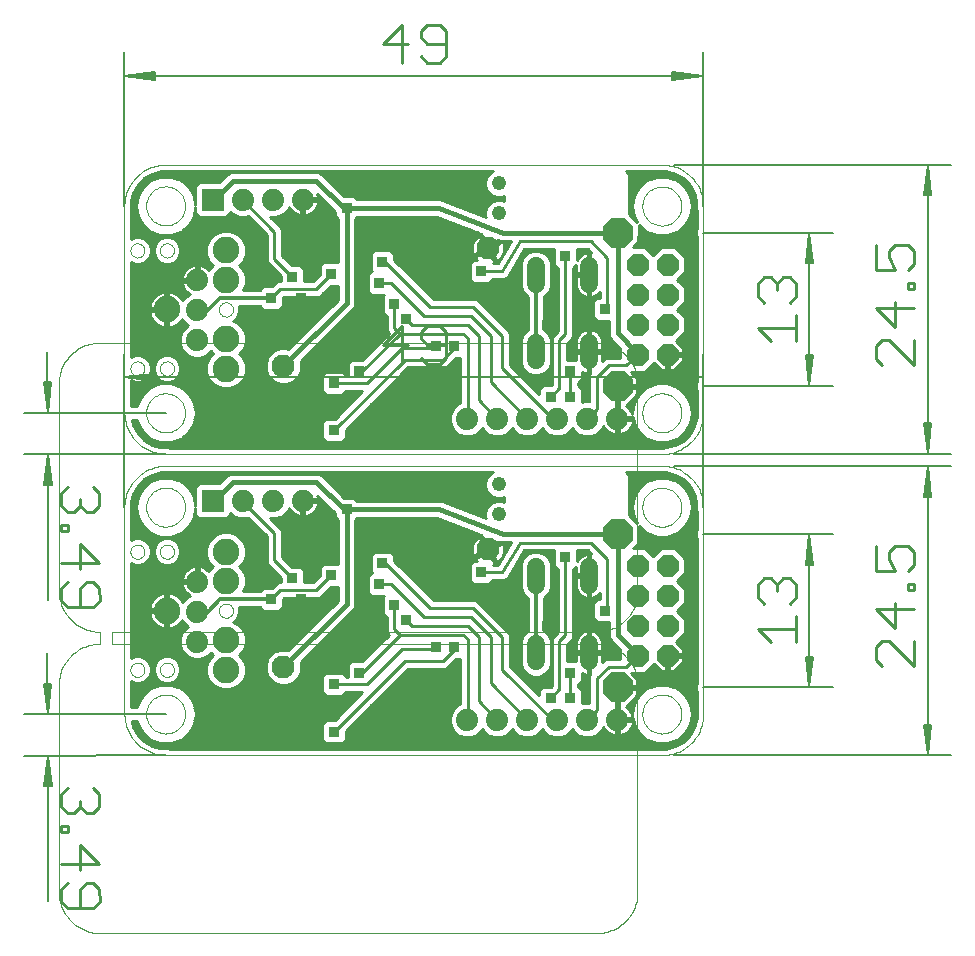
<source format=gbl>
G75*
G70*
%OFA0B0*%
%FSLAX24Y24*%
%IPPOS*%
%LPD*%
%AMOC8*
5,1,8,0,0,1.08239X$1,22.5*
%
%ADD10C,0.0000*%
%ADD11C,0.0000*%
%ADD12C,0.0051*%
%ADD13C,0.0110*%
%ADD14C,0.0886*%
%ADD15OC8,0.0740*%
%ADD16C,0.0768*%
%ADD17C,0.0480*%
%ADD18R,0.0740X0.0740*%
%ADD19C,0.0740*%
%ADD20C,0.0591*%
%ADD21OC8,0.1000*%
%ADD22C,0.0120*%
%ADD23R,0.0356X0.0356*%
%ADD24C,0.0100*%
%ADD25C,0.0160*%
%ADD26C,0.0000*%
%ADD27C,0.0051*%
%ADD28C,0.0110*%
%ADD29C,0.0886*%
%ADD30OC8,0.0740*%
%ADD31C,0.0768*%
%ADD32C,0.0480*%
%ADD33R,0.0740X0.0740*%
%ADD34C,0.0740*%
%ADD35C,0.0591*%
%ADD36OC8,0.1000*%
%ADD37C,0.0120*%
%ADD38R,0.0356X0.0356*%
%ADD39C,0.0100*%
%ADD40C,0.0160*%
D10*
X000100Y001475D02*
X000100Y001517D01*
X000100Y008368D01*
X000100Y008371D01*
X000100Y008368D02*
X000102Y008440D01*
X000108Y008512D01*
X000117Y008584D01*
X000130Y008655D01*
X000147Y008725D01*
X000167Y008794D01*
X000192Y008862D01*
X000219Y008928D01*
X000250Y008994D01*
X000285Y009057D01*
X000322Y009119D01*
X000363Y009178D01*
X000407Y009235D01*
X000454Y009290D01*
X000504Y009342D01*
X000556Y009392D01*
X000611Y009439D01*
X000668Y009483D01*
X000727Y009524D01*
X000789Y009561D01*
X000852Y009596D01*
X000918Y009627D01*
X000984Y009654D01*
X001052Y009679D01*
X001121Y009699D01*
X001191Y009716D01*
X001262Y009729D01*
X001334Y009738D01*
X001406Y009744D01*
X001478Y009746D01*
X001478Y010139D01*
X001475Y010139D01*
X001475Y009746D02*
X001478Y009746D01*
X001872Y009746D02*
X018014Y009746D01*
X018014Y010139D02*
X001872Y010139D01*
X001872Y009746D01*
X001478Y010139D02*
X001405Y010142D01*
X001332Y010149D01*
X001260Y010159D01*
X001188Y010174D01*
X001117Y010192D01*
X001047Y010214D01*
X000979Y010239D01*
X000911Y010268D01*
X000846Y010300D01*
X000782Y010336D01*
X000720Y010375D01*
X000660Y010418D01*
X000603Y010463D01*
X000548Y010511D01*
X000496Y010562D01*
X000446Y010616D01*
X000399Y010673D01*
X000356Y010731D01*
X000315Y010792D01*
X000278Y010855D01*
X000244Y010920D01*
X000213Y010986D01*
X000186Y011054D01*
X000162Y011124D01*
X000143Y011194D01*
X000127Y011266D01*
X000114Y011338D01*
X000106Y011410D01*
X000101Y011484D01*
X000100Y011557D01*
X000100Y018407D01*
X000100Y018410D01*
X000100Y018407D02*
X000102Y018479D01*
X000108Y018551D01*
X000117Y018623D01*
X000130Y018694D01*
X000147Y018764D01*
X000167Y018833D01*
X000192Y018901D01*
X000219Y018967D01*
X000250Y019033D01*
X000285Y019096D01*
X000322Y019158D01*
X000363Y019217D01*
X000407Y019274D01*
X000454Y019329D01*
X000504Y019381D01*
X000556Y019431D01*
X000611Y019478D01*
X000668Y019522D01*
X000727Y019563D01*
X000789Y019600D01*
X000852Y019635D01*
X000918Y019666D01*
X000984Y019693D01*
X001052Y019718D01*
X001121Y019738D01*
X001191Y019755D01*
X001262Y019768D01*
X001334Y019777D01*
X001406Y019783D01*
X001478Y019785D01*
X018014Y019785D01*
X018086Y019783D01*
X018158Y019777D01*
X018230Y019768D01*
X018301Y019755D01*
X018371Y019738D01*
X018440Y019718D01*
X018508Y019693D01*
X018574Y019666D01*
X018640Y019635D01*
X018703Y019600D01*
X018765Y019563D01*
X018824Y019522D01*
X018881Y019478D01*
X018936Y019431D01*
X018988Y019381D01*
X019038Y019329D01*
X019085Y019274D01*
X019129Y019217D01*
X019170Y019158D01*
X019207Y019096D01*
X019242Y019033D01*
X019273Y018967D01*
X019300Y018901D01*
X019325Y018833D01*
X019345Y018764D01*
X019362Y018694D01*
X019375Y018623D01*
X019384Y018551D01*
X019390Y018479D01*
X019392Y018407D01*
X019391Y018407D02*
X019391Y011517D01*
X019392Y011517D02*
X019390Y011445D01*
X019384Y011373D01*
X019375Y011301D01*
X019362Y011230D01*
X019345Y011160D01*
X019325Y011091D01*
X019300Y011023D01*
X019273Y010957D01*
X019242Y010891D01*
X019207Y010828D01*
X019170Y010766D01*
X019129Y010707D01*
X019085Y010650D01*
X019038Y010595D01*
X018988Y010543D01*
X018936Y010493D01*
X018881Y010446D01*
X018824Y010402D01*
X018765Y010361D01*
X018703Y010324D01*
X018640Y010289D01*
X018574Y010258D01*
X018508Y010231D01*
X018440Y010206D01*
X018371Y010186D01*
X018301Y010169D01*
X018230Y010156D01*
X018158Y010147D01*
X018086Y010141D01*
X018014Y010139D01*
X018017Y010139D01*
X018014Y009746D02*
X018086Y009744D01*
X018158Y009738D01*
X018230Y009729D01*
X018301Y009716D01*
X018371Y009699D01*
X018440Y009679D01*
X018508Y009654D01*
X018574Y009627D01*
X018640Y009596D01*
X018703Y009561D01*
X018765Y009524D01*
X018824Y009483D01*
X018881Y009439D01*
X018936Y009392D01*
X018988Y009342D01*
X019038Y009290D01*
X019085Y009235D01*
X019129Y009178D01*
X019170Y009119D01*
X019207Y009057D01*
X019242Y008994D01*
X019273Y008928D01*
X019300Y008862D01*
X019325Y008794D01*
X019345Y008725D01*
X019362Y008655D01*
X019375Y008584D01*
X019384Y008512D01*
X019390Y008440D01*
X019392Y008368D01*
X019391Y008368D02*
X019391Y001478D01*
X019392Y001478D02*
X019390Y001406D01*
X019384Y001334D01*
X019375Y001262D01*
X019362Y001191D01*
X019345Y001121D01*
X019325Y001052D01*
X019300Y000984D01*
X019273Y000918D01*
X019242Y000852D01*
X019207Y000789D01*
X019170Y000727D01*
X019129Y000668D01*
X019085Y000611D01*
X019038Y000556D01*
X018988Y000504D01*
X018936Y000454D01*
X018881Y000407D01*
X018824Y000363D01*
X018765Y000322D01*
X018703Y000285D01*
X018640Y000250D01*
X018574Y000219D01*
X018508Y000192D01*
X018440Y000167D01*
X018371Y000147D01*
X018301Y000130D01*
X018230Y000117D01*
X018158Y000108D01*
X018086Y000102D01*
X018014Y000100D01*
X018017Y000100D01*
X018014Y000100D02*
X001478Y000100D01*
X001475Y000100D01*
X001478Y000100D02*
X001405Y000103D01*
X001332Y000110D01*
X001260Y000120D01*
X001188Y000135D01*
X001117Y000153D01*
X001047Y000175D01*
X000979Y000200D01*
X000911Y000229D01*
X000846Y000261D01*
X000782Y000297D01*
X000720Y000336D01*
X000660Y000379D01*
X000603Y000424D01*
X000548Y000472D01*
X000496Y000523D01*
X000446Y000577D01*
X000399Y000634D01*
X000356Y000692D01*
X000315Y000753D01*
X000278Y000816D01*
X000244Y000881D01*
X000213Y000947D01*
X000186Y001015D01*
X000162Y001085D01*
X000143Y001155D01*
X000127Y001227D01*
X000114Y001299D01*
X000106Y001371D01*
X000101Y001445D01*
X000100Y001518D01*
X000100Y011514D02*
X000100Y011557D01*
D11*
X3666Y6033D02*
X3669Y6033D01*
X20205Y6033D01*
X20208Y6033D01*
X19558Y7407D02*
X19560Y7457D01*
X19566Y7507D01*
X19576Y7557D01*
X19589Y7605D01*
X19606Y7653D01*
X19627Y7699D01*
X19651Y7743D01*
X19679Y7785D01*
X19710Y7825D01*
X19744Y7862D01*
X19781Y7897D01*
X19820Y7928D01*
X19861Y7957D01*
X19905Y7982D01*
X19951Y8004D01*
X19998Y8022D01*
X20046Y8036D01*
X20095Y8047D01*
X20145Y8054D01*
X20195Y8057D01*
X20246Y8056D01*
X20296Y8051D01*
X20346Y8042D01*
X20394Y8030D01*
X20442Y8013D01*
X20488Y7993D01*
X20533Y7970D01*
X20576Y7943D01*
X20616Y7913D01*
X20654Y7880D01*
X20689Y7844D01*
X20722Y7805D01*
X20751Y7764D01*
X20777Y7721D01*
X20800Y7676D01*
X20819Y7629D01*
X20834Y7581D01*
X20846Y7532D01*
X20854Y7482D01*
X20858Y7432D01*
X20858Y7382D01*
X20854Y7332D01*
X20846Y7282D01*
X20834Y7233D01*
X20819Y7185D01*
X20800Y7138D01*
X20777Y7093D01*
X20751Y7050D01*
X20722Y7009D01*
X20689Y6970D01*
X20654Y6934D01*
X20616Y6901D01*
X20576Y6871D01*
X20533Y6844D01*
X20488Y6821D01*
X20442Y6801D01*
X20394Y6784D01*
X20346Y6772D01*
X20296Y6763D01*
X20246Y6758D01*
X20195Y6757D01*
X20145Y6760D01*
X20095Y6767D01*
X20046Y6778D01*
X19998Y6792D01*
X19951Y6810D01*
X19905Y6832D01*
X19861Y6857D01*
X19820Y6886D01*
X19781Y6917D01*
X19744Y6952D01*
X19710Y6989D01*
X19679Y7029D01*
X19651Y7071D01*
X19627Y7115D01*
X19606Y7161D01*
X19589Y7209D01*
X19576Y7257D01*
X19566Y7307D01*
X19560Y7357D01*
X19558Y7407D01*
X20205Y6033D02*
X20277Y6035D01*
X20349Y6041D01*
X20421Y6050D01*
X20492Y6063D01*
X20562Y6080D01*
X20631Y6100D01*
X20699Y6125D01*
X20765Y6152D01*
X20831Y6183D01*
X20894Y6218D01*
X20956Y6255D01*
X21015Y6296D01*
X21072Y6340D01*
X21127Y6387D01*
X21179Y6437D01*
X21229Y6489D01*
X21276Y6544D01*
X21320Y6601D01*
X21361Y6660D01*
X21398Y6722D01*
X21433Y6785D01*
X21464Y6851D01*
X21491Y6917D01*
X21516Y6985D01*
X21536Y7054D01*
X21553Y7124D01*
X21566Y7195D01*
X21575Y7267D01*
X21581Y7339D01*
X21583Y7411D01*
X21583Y14300D01*
X19555Y14300D02*
X19557Y14350D01*
X19563Y14400D01*
X19573Y14450D01*
X19586Y14498D01*
X19603Y14546D01*
X19624Y14592D01*
X19648Y14636D01*
X19676Y14678D01*
X19707Y14718D01*
X19741Y14755D01*
X19778Y14790D01*
X19817Y14821D01*
X19858Y14850D01*
X19902Y14875D01*
X19948Y14897D01*
X19995Y14915D01*
X20043Y14929D01*
X20092Y14940D01*
X20142Y14947D01*
X20192Y14950D01*
X20243Y14949D01*
X20293Y14944D01*
X20343Y14935D01*
X20391Y14923D01*
X20439Y14906D01*
X20485Y14886D01*
X20530Y14863D01*
X20573Y14836D01*
X20613Y14806D01*
X20651Y14773D01*
X20686Y14737D01*
X20719Y14698D01*
X20748Y14657D01*
X20774Y14614D01*
X20797Y14569D01*
X20816Y14522D01*
X20831Y14474D01*
X20843Y14425D01*
X20851Y14375D01*
X20855Y14325D01*
X20855Y14275D01*
X20851Y14225D01*
X20843Y14175D01*
X20831Y14126D01*
X20816Y14078D01*
X20797Y14031D01*
X20774Y13986D01*
X20748Y13943D01*
X20719Y13902D01*
X20686Y13863D01*
X20651Y13827D01*
X20613Y13794D01*
X20573Y13764D01*
X20530Y13737D01*
X20485Y13714D01*
X20439Y13694D01*
X20391Y13677D01*
X20343Y13665D01*
X20293Y13656D01*
X20243Y13651D01*
X20192Y13650D01*
X20142Y13653D01*
X20092Y13660D01*
X20043Y13671D01*
X19995Y13685D01*
X19948Y13703D01*
X19902Y13725D01*
X19858Y13750D01*
X19817Y13779D01*
X19778Y13810D01*
X19741Y13845D01*
X19707Y13882D01*
X19676Y13922D01*
X19648Y13964D01*
X19624Y14008D01*
X19603Y14054D01*
X19586Y14102D01*
X19573Y14150D01*
X19563Y14200D01*
X19557Y14250D01*
X19555Y14300D01*
X20205Y15678D02*
X20277Y15676D01*
X20349Y15670D01*
X20421Y15661D01*
X20492Y15648D01*
X20562Y15631D01*
X20631Y15611D01*
X20699Y15586D01*
X20765Y15559D01*
X20831Y15528D01*
X20894Y15493D01*
X20956Y15456D01*
X21015Y15415D01*
X21072Y15371D01*
X21127Y15324D01*
X21179Y15274D01*
X21229Y15222D01*
X21276Y15167D01*
X21320Y15110D01*
X21361Y15051D01*
X21398Y14989D01*
X21433Y14926D01*
X21464Y14860D01*
X21491Y14794D01*
X21516Y14726D01*
X21536Y14657D01*
X21553Y14587D01*
X21566Y14516D01*
X21575Y14444D01*
X21581Y14372D01*
X21583Y14300D01*
X20205Y15678D02*
X3669Y15678D01*
X3016Y14304D02*
X3018Y14354D01*
X3024Y14404D01*
X3034Y14454D01*
X3047Y14502D01*
X3064Y14550D01*
X3085Y14596D01*
X3109Y14640D01*
X3137Y14682D01*
X3168Y14722D01*
X3202Y14759D01*
X3239Y14794D01*
X3278Y14825D01*
X3319Y14854D01*
X3363Y14879D01*
X3409Y14901D01*
X3456Y14919D01*
X3504Y14933D01*
X3553Y14944D01*
X3603Y14951D01*
X3653Y14954D01*
X3704Y14953D01*
X3754Y14948D01*
X3804Y14939D01*
X3852Y14927D01*
X3900Y14910D01*
X3946Y14890D01*
X3991Y14867D01*
X4034Y14840D01*
X4074Y14810D01*
X4112Y14777D01*
X4147Y14741D01*
X4180Y14702D01*
X4209Y14661D01*
X4235Y14618D01*
X4258Y14573D01*
X4277Y14526D01*
X4292Y14478D01*
X4304Y14429D01*
X4312Y14379D01*
X4316Y14329D01*
X4316Y14279D01*
X4312Y14229D01*
X4304Y14179D01*
X4292Y14130D01*
X4277Y14082D01*
X4258Y14035D01*
X4235Y13990D01*
X4209Y13947D01*
X4180Y13906D01*
X4147Y13867D01*
X4112Y13831D01*
X4074Y13798D01*
X4034Y13768D01*
X3991Y13741D01*
X3946Y13718D01*
X3900Y13698D01*
X3852Y13681D01*
X3804Y13669D01*
X3754Y13660D01*
X3704Y13655D01*
X3653Y13654D01*
X3603Y13657D01*
X3553Y13664D01*
X3504Y13675D01*
X3456Y13689D01*
X3409Y13707D01*
X3363Y13729D01*
X3319Y13754D01*
X3278Y13783D01*
X3239Y13814D01*
X3202Y13849D01*
X3168Y13886D01*
X3137Y13926D01*
X3109Y13968D01*
X3085Y14012D01*
X3064Y14058D01*
X3047Y14106D01*
X3034Y14154D01*
X3024Y14204D01*
X3018Y14254D01*
X3016Y14304D01*
X2291Y14300D02*
X2293Y14372D01*
X2299Y14444D01*
X2308Y14516D01*
X2321Y14587D01*
X2338Y14657D01*
X2358Y14726D01*
X2383Y14794D01*
X2410Y14860D01*
X2441Y14926D01*
X2476Y14989D01*
X2513Y15051D01*
X2554Y15110D01*
X2598Y15167D01*
X2645Y15222D01*
X2695Y15274D01*
X2747Y15324D01*
X2802Y15371D01*
X2859Y15415D01*
X2918Y15456D01*
X2980Y15493D01*
X3043Y15528D01*
X3109Y15559D01*
X3175Y15586D01*
X3243Y15611D01*
X3312Y15631D01*
X3382Y15648D01*
X3453Y15661D01*
X3525Y15670D01*
X3597Y15676D01*
X3669Y15678D01*
X2291Y14304D02*
X2291Y14300D01*
X2291Y7450D01*
X2291Y7407D01*
X3016Y7407D02*
X3018Y7457D01*
X3024Y7507D01*
X3034Y7557D01*
X3047Y7605D01*
X3064Y7653D01*
X3085Y7699D01*
X3109Y7743D01*
X3137Y7785D01*
X3168Y7825D01*
X3202Y7862D01*
X3239Y7897D01*
X3278Y7928D01*
X3319Y7957D01*
X3363Y7982D01*
X3409Y8004D01*
X3456Y8022D01*
X3504Y8036D01*
X3553Y8047D01*
X3603Y8054D01*
X3653Y8057D01*
X3704Y8056D01*
X3754Y8051D01*
X3804Y8042D01*
X3852Y8030D01*
X3900Y8013D01*
X3946Y7993D01*
X3991Y7970D01*
X4034Y7943D01*
X4074Y7913D01*
X4112Y7880D01*
X4147Y7844D01*
X4180Y7805D01*
X4209Y7764D01*
X4235Y7721D01*
X4258Y7676D01*
X4277Y7629D01*
X4292Y7581D01*
X4304Y7532D01*
X4312Y7482D01*
X4316Y7432D01*
X4316Y7382D01*
X4312Y7332D01*
X4304Y7282D01*
X4292Y7233D01*
X4277Y7185D01*
X4258Y7138D01*
X4235Y7093D01*
X4209Y7050D01*
X4180Y7009D01*
X4147Y6970D01*
X4112Y6934D01*
X4074Y6901D01*
X4034Y6871D01*
X3991Y6844D01*
X3946Y6821D01*
X3900Y6801D01*
X3852Y6784D01*
X3804Y6772D01*
X3754Y6763D01*
X3704Y6758D01*
X3653Y6757D01*
X3603Y6760D01*
X3553Y6767D01*
X3504Y6778D01*
X3456Y6792D01*
X3409Y6810D01*
X3363Y6832D01*
X3319Y6857D01*
X3278Y6886D01*
X3239Y6917D01*
X3202Y6952D01*
X3168Y6989D01*
X3137Y7029D01*
X3109Y7071D01*
X3085Y7115D01*
X3064Y7161D01*
X3047Y7209D01*
X3034Y7257D01*
X3024Y7307D01*
X3018Y7357D01*
X3016Y7407D01*
X2291Y7450D02*
X2292Y7377D01*
X2297Y7303D01*
X2305Y7231D01*
X2318Y7159D01*
X2334Y7087D01*
X2353Y7017D01*
X2377Y6947D01*
X2404Y6879D01*
X2435Y6813D01*
X2469Y6748D01*
X2506Y6685D01*
X2547Y6624D01*
X2590Y6566D01*
X2637Y6509D01*
X2687Y6455D01*
X2739Y6404D01*
X2794Y6356D01*
X2851Y6311D01*
X2911Y6268D01*
X2973Y6229D01*
X3037Y6193D01*
X3102Y6161D01*
X3170Y6132D01*
X3238Y6107D01*
X3308Y6085D01*
X3379Y6067D01*
X3451Y6052D01*
X3523Y6042D01*
X3596Y6035D01*
X3669Y6032D01*
X3473Y8883D02*
X3475Y8913D01*
X3481Y8943D01*
X3490Y8972D01*
X3503Y8999D01*
X3520Y9024D01*
X3539Y9047D01*
X3562Y9068D01*
X3587Y9085D01*
X3613Y9099D01*
X3642Y9109D01*
X3671Y9116D01*
X3701Y9119D01*
X3732Y9118D01*
X3762Y9113D01*
X3791Y9104D01*
X3818Y9092D01*
X3844Y9077D01*
X3868Y9058D01*
X3889Y9036D01*
X3907Y9012D01*
X3922Y8985D01*
X3933Y8957D01*
X3941Y8928D01*
X3945Y8898D01*
X3945Y8868D01*
X3941Y8838D01*
X3933Y8809D01*
X3922Y8781D01*
X3907Y8754D01*
X3889Y8730D01*
X3868Y8708D01*
X3844Y8689D01*
X3818Y8674D01*
X3791Y8662D01*
X3762Y8653D01*
X3732Y8648D01*
X3701Y8647D01*
X3671Y8650D01*
X3642Y8657D01*
X3613Y8667D01*
X3587Y8681D01*
X3562Y8698D01*
X3539Y8719D01*
X3520Y8742D01*
X3503Y8767D01*
X3490Y8794D01*
X3481Y8823D01*
X3475Y8853D01*
X3473Y8883D01*
X2488Y8883D02*
X2490Y8913D01*
X2496Y8943D01*
X2505Y8972D01*
X2518Y8999D01*
X2535Y9024D01*
X2554Y9047D01*
X2577Y9068D01*
X2602Y9085D01*
X2628Y9099D01*
X2657Y9109D01*
X2686Y9116D01*
X2716Y9119D01*
X2747Y9118D01*
X2777Y9113D01*
X2806Y9104D01*
X2833Y9092D01*
X2859Y9077D01*
X2883Y9058D01*
X2904Y9036D01*
X2922Y9012D01*
X2937Y8985D01*
X2948Y8957D01*
X2956Y8928D01*
X2960Y8898D01*
X2960Y8868D01*
X2956Y8838D01*
X2948Y8809D01*
X2937Y8781D01*
X2922Y8754D01*
X2904Y8730D01*
X2883Y8708D01*
X2859Y8689D01*
X2833Y8674D01*
X2806Y8662D01*
X2777Y8653D01*
X2747Y8648D01*
X2716Y8647D01*
X2686Y8650D01*
X2657Y8657D01*
X2628Y8667D01*
X2602Y8681D01*
X2577Y8698D01*
X2554Y8719D01*
X2535Y8742D01*
X2518Y8767D01*
X2505Y8794D01*
X2496Y8823D01*
X2490Y8853D01*
X2488Y8883D01*
X5441Y10852D02*
X5443Y10882D01*
X5449Y10912D01*
X5458Y10941D01*
X5471Y10968D01*
X5488Y10993D01*
X5507Y11016D01*
X5530Y11037D01*
X5555Y11054D01*
X5581Y11068D01*
X5610Y11078D01*
X5639Y11085D01*
X5669Y11088D01*
X5700Y11087D01*
X5730Y11082D01*
X5759Y11073D01*
X5786Y11061D01*
X5812Y11046D01*
X5836Y11027D01*
X5857Y11005D01*
X5875Y10981D01*
X5890Y10954D01*
X5901Y10926D01*
X5909Y10897D01*
X5913Y10867D01*
X5913Y10837D01*
X5909Y10807D01*
X5901Y10778D01*
X5890Y10750D01*
X5875Y10723D01*
X5857Y10699D01*
X5836Y10677D01*
X5812Y10658D01*
X5786Y10643D01*
X5759Y10631D01*
X5730Y10622D01*
X5700Y10617D01*
X5669Y10616D01*
X5639Y10619D01*
X5610Y10626D01*
X5581Y10636D01*
X5555Y10650D01*
X5530Y10667D01*
X5507Y10688D01*
X5488Y10711D01*
X5471Y10736D01*
X5458Y10763D01*
X5449Y10792D01*
X5443Y10822D01*
X5441Y10852D01*
X3473Y12820D02*
X3475Y12850D01*
X3481Y12880D01*
X3490Y12909D01*
X3503Y12936D01*
X3520Y12961D01*
X3539Y12984D01*
X3562Y13005D01*
X3587Y13022D01*
X3613Y13036D01*
X3642Y13046D01*
X3671Y13053D01*
X3701Y13056D01*
X3732Y13055D01*
X3762Y13050D01*
X3791Y13041D01*
X3818Y13029D01*
X3844Y13014D01*
X3868Y12995D01*
X3889Y12973D01*
X3907Y12949D01*
X3922Y12922D01*
X3933Y12894D01*
X3941Y12865D01*
X3945Y12835D01*
X3945Y12805D01*
X3941Y12775D01*
X3933Y12746D01*
X3922Y12718D01*
X3907Y12691D01*
X3889Y12667D01*
X3868Y12645D01*
X3844Y12626D01*
X3818Y12611D01*
X3791Y12599D01*
X3762Y12590D01*
X3732Y12585D01*
X3701Y12584D01*
X3671Y12587D01*
X3642Y12594D01*
X3613Y12604D01*
X3587Y12618D01*
X3562Y12635D01*
X3539Y12656D01*
X3520Y12679D01*
X3503Y12704D01*
X3490Y12731D01*
X3481Y12760D01*
X3475Y12790D01*
X3473Y12820D01*
X2488Y12820D02*
X2490Y12850D01*
X2496Y12880D01*
X2505Y12909D01*
X2518Y12936D01*
X2535Y12961D01*
X2554Y12984D01*
X2577Y13005D01*
X2602Y13022D01*
X2628Y13036D01*
X2657Y13046D01*
X2686Y13053D01*
X2716Y13056D01*
X2747Y13055D01*
X2777Y13050D01*
X2806Y13041D01*
X2833Y13029D01*
X2859Y13014D01*
X2883Y12995D01*
X2904Y12973D01*
X2922Y12949D01*
X2937Y12922D01*
X2948Y12894D01*
X2956Y12865D01*
X2960Y12835D01*
X2960Y12805D01*
X2956Y12775D01*
X2948Y12746D01*
X2937Y12718D01*
X2922Y12691D01*
X2904Y12667D01*
X2883Y12645D01*
X2859Y12626D01*
X2833Y12611D01*
X2806Y12599D01*
X2777Y12590D01*
X2747Y12585D01*
X2716Y12584D01*
X2686Y12587D01*
X2657Y12594D01*
X2628Y12604D01*
X2602Y12618D01*
X2577Y12635D01*
X2554Y12656D01*
X2535Y12679D01*
X2518Y12704D01*
X2505Y12731D01*
X2496Y12760D01*
X2490Y12790D01*
X2488Y12820D01*
D12*
X-266Y6024D02*
X-255Y1163D01*
X-315Y5000D02*
X-266Y6024D01*
X-366Y5000D01*
X-389Y5000D02*
X-266Y6024D01*
X-161Y5000D01*
X-138Y5000D02*
X-389Y5000D01*
X-212Y5000D02*
X-266Y6024D01*
X-138Y5000D01*
X-1053Y6022D02*
X3669Y6033D01*
X3666Y7407D02*
X-1056Y7397D01*
X-269Y7398D02*
X-374Y8422D01*
X-397Y8422D02*
X-269Y7398D01*
X-169Y8422D01*
X-146Y8422D02*
X-397Y8422D01*
X-323Y8422D02*
X-269Y7398D01*
X-220Y8422D01*
X-146Y8422D02*
X-269Y7398D01*
X-274Y9446D01*
X2291Y14300D02*
X2291Y19418D01*
X2291Y18631D02*
X3315Y18733D01*
X3315Y18757D02*
X3315Y18505D01*
X2291Y18631D01*
X3315Y18529D01*
X3315Y18580D02*
X2291Y18631D01*
X3315Y18682D01*
X3315Y18757D02*
X2291Y18631D01*
X21583Y18631D01*
X20559Y18529D01*
X20559Y18505D02*
X21583Y18631D01*
X20559Y18733D01*
X20559Y18757D02*
X20559Y18505D01*
X20559Y18580D02*
X21583Y18631D01*
X20559Y18682D01*
X20559Y18757D02*
X21583Y18631D01*
X21583Y19418D02*
X21583Y14300D01*
X21583Y13415D02*
X25913Y13415D01*
X25126Y13415D02*
X25228Y12391D01*
X25252Y12391D02*
X25126Y13415D01*
X25024Y12391D01*
X25000Y12391D02*
X25252Y12391D01*
X25177Y12391D02*
X25126Y13415D01*
X25075Y12391D01*
X25000Y12391D02*
X25126Y13415D01*
X25126Y8296D01*
X25228Y9320D01*
X25252Y9320D02*
X25126Y8296D01*
X25024Y9320D01*
X25000Y9320D02*
X25252Y9320D01*
X25177Y9320D02*
X25126Y8296D01*
X25075Y9320D01*
X25000Y9320D02*
X25126Y8296D01*
X25913Y8296D02*
X21583Y8296D01*
X20598Y6033D02*
X29850Y6033D01*
X29063Y6033D02*
X29165Y7056D01*
X29189Y7056D02*
X29063Y6033D01*
X28961Y7056D01*
X28937Y7056D02*
X29189Y7056D01*
X29114Y7056D02*
X29063Y6033D01*
X29012Y7056D01*
X28937Y7056D02*
X29063Y6033D01*
X29063Y15678D01*
X29165Y14655D01*
X29189Y14655D02*
X29063Y15678D01*
X28961Y14655D01*
X28937Y14655D02*
X29189Y14655D01*
X29114Y14655D02*
X29063Y15678D01*
X29012Y14655D01*
X28937Y14655D02*
X29063Y15678D01*
X29850Y15678D02*
X20598Y15678D01*
D13*
X23620Y11929D02*
X23831Y11929D01*
X24043Y11717D01*
X24254Y11929D01*
X24466Y11929D01*
X24677Y11717D01*
X24677Y11294D01*
X24466Y11083D01*
X24677Y10660D02*
X24677Y9814D01*
X24677Y10237D02*
X23408Y10237D01*
X23831Y9814D01*
X23620Y11083D02*
X23408Y11294D01*
X23408Y11717D01*
X23620Y11929D01*
X24043Y11717D02*
X24043Y11506D01*
X27345Y10895D02*
X27980Y10261D01*
X27980Y11107D01*
X28614Y10895D02*
X27345Y10895D01*
X28403Y11529D02*
X28403Y11741D01*
X28614Y11741D01*
X28614Y11529D01*
X28403Y11529D01*
X28403Y12164D02*
X28614Y12375D01*
X28614Y12798D01*
X28403Y13010D01*
X27980Y13010D01*
X27768Y12798D01*
X27768Y12587D01*
X27980Y12164D01*
X27345Y12164D01*
X27345Y13010D01*
X27557Y9838D02*
X27345Y9626D01*
X27345Y9203D01*
X27557Y8992D01*
X27768Y9838D02*
X28614Y8992D01*
X28614Y9838D01*
X27768Y9838D02*
X27557Y9838D01*
X13010Y19291D02*
X13010Y20137D01*
X12799Y20349D01*
X12376Y20349D01*
X12164Y20137D01*
X12164Y19926D01*
X12376Y19714D01*
X13010Y19714D01*
X13010Y19291D02*
X12799Y19080D01*
X12376Y19080D01*
X12164Y19291D01*
X11742Y19714D02*
X10896Y19714D01*
X11530Y20349D01*
X11530Y19080D01*
X1243Y4948D02*
X1455Y4737D01*
X1455Y4314D01*
X1244Y4102D01*
X1033Y4101D01*
X821Y4313D01*
X610Y4101D01*
X398Y4100D01*
X186Y4311D01*
X186Y4735D01*
X397Y4946D01*
X821Y4524D02*
X821Y4313D01*
X399Y3678D02*
X187Y3677D01*
X188Y3466D01*
X399Y3466D01*
X399Y3678D01*
X823Y3044D02*
X825Y2198D01*
X1037Y1775D02*
X826Y1564D01*
X827Y929D01*
X404Y928D02*
X1250Y930D01*
X1461Y1142D01*
X1460Y1565D01*
X1248Y1776D01*
X1037Y1775D01*
X402Y1774D02*
X191Y1563D01*
X192Y1139D01*
X404Y928D01*
X190Y2408D02*
X1459Y2411D01*
X823Y3044D01*
D14*
X5677Y8883D03*
X5677Y9867D03*
X3709Y10852D03*
X5677Y11836D03*
X5677Y12820D03*
D15*
X19406Y12349D03*
X20406Y12349D03*
X20406Y11349D03*
X19406Y11349D03*
X19406Y10349D03*
X20406Y10349D03*
X20406Y9349D03*
X19406Y9349D03*
D16*
X14410Y12898D03*
X7591Y8961D03*
D17*
X14770Y14061D03*
X14770Y15061D03*
D18*
X5236Y14512D03*
D19*
X6236Y14512D03*
X7236Y14512D03*
X8236Y14512D03*
X4711Y11823D03*
X4711Y10823D03*
X4711Y9823D03*
X13723Y7209D03*
X14723Y7209D03*
X15723Y7209D03*
X16723Y7209D03*
X17723Y7209D03*
X18723Y7209D03*
D20*
X17777Y9158D02*
X17777Y9748D01*
X16006Y9748D02*
X16006Y9158D01*
X16006Y11717D02*
X16006Y12307D01*
X17777Y12307D02*
X17777Y11717D01*
D21*
X18728Y13415D03*
X18728Y8296D03*
D22*
X17791Y9439D02*
X17777Y9453D01*
X16006Y9453D02*
X16006Y12012D01*
X7191Y11233D02*
X5491Y11233D01*
X5081Y10823D01*
X4711Y10823D01*
D23*
X3191Y9333D03*
X4479Y8845D03*
X7191Y11233D03*
X7891Y11933D03*
X8191Y11233D03*
X9191Y12033D03*
X10791Y11733D03*
X11291Y11033D03*
X11691Y10533D03*
X12691Y9633D03*
X13291Y9633D03*
X14829Y10739D03*
X14487Y11536D03*
X14185Y12126D03*
X13141Y12383D03*
X11691Y12433D03*
X10891Y12433D03*
X9695Y14229D03*
X9691Y14833D03*
X14291Y14528D03*
X16991Y12633D03*
X16591Y11283D03*
X17776Y10867D03*
X18314Y10857D03*
X16391Y10333D03*
X18662Y9391D03*
X19548Y8604D03*
X17678Y7915D03*
X17146Y7934D03*
X16498Y7933D03*
X17154Y8789D03*
X13315Y7903D03*
X10645Y7562D03*
X9280Y6820D03*
X9280Y8395D03*
X10119Y8789D03*
X10117Y9329D03*
X8791Y9183D03*
X3191Y12333D03*
X19548Y13131D03*
D24*
X19438Y13125D02*
X21373Y13125D01*
X21373Y13223D02*
X19438Y13223D01*
X19438Y13322D02*
X20028Y13322D01*
X20032Y13320D02*
X20378Y13320D01*
X20702Y13439D01*
X20967Y13661D01*
X21140Y13960D01*
X21200Y14300D01*
X21200Y14300D01*
X21140Y14641D01*
X20967Y14940D01*
X20702Y15162D01*
X20378Y15280D01*
X20032Y15280D01*
X19707Y15162D01*
X19442Y14940D01*
X19270Y14641D01*
X19210Y14300D01*
X19270Y13960D01*
X19383Y13764D01*
X19105Y14042D01*
X19105Y15366D01*
X19003Y15468D01*
X20205Y15468D01*
X20357Y15458D01*
X20652Y15379D01*
X20916Y15227D01*
X21131Y15011D01*
X21284Y14747D01*
X21347Y14511D01*
X21347Y14203D01*
X21373Y14177D01*
X21373Y13538D01*
X21347Y13512D01*
X21347Y13317D01*
X21373Y13291D01*
X21373Y8420D01*
X21347Y8394D01*
X21347Y8199D01*
X21373Y8173D01*
X21373Y7411D01*
X21363Y7258D01*
X21284Y6964D01*
X21131Y6700D01*
X20916Y6484D01*
X20652Y6332D01*
X20357Y6253D01*
X20205Y6243D01*
X3792Y6243D01*
X3766Y6268D01*
X3472Y6268D01*
X3219Y6339D01*
X2953Y6498D01*
X2737Y6721D01*
X2585Y6991D01*
X2540Y7169D01*
X2713Y7170D01*
X2731Y7067D01*
X2904Y6768D01*
X2904Y6768D01*
X3169Y6546D01*
X3493Y6427D01*
X3839Y6427D01*
X4164Y6546D01*
X4428Y6768D01*
X4428Y6768D01*
X4601Y7067D01*
X4661Y7407D01*
X4661Y7407D01*
X4601Y7748D01*
X4428Y8047D01*
X4164Y8269D01*
X4164Y8269D01*
X3839Y8387D01*
X3493Y8387D01*
X3169Y8269D01*
X3169Y8269D01*
X2904Y8047D01*
X2731Y7748D01*
X2731Y7748D01*
X2712Y7641D01*
X2501Y7640D01*
X2501Y8492D01*
X2636Y8437D01*
X2813Y8437D01*
X2977Y8505D01*
X3103Y8630D01*
X3171Y8794D01*
X3171Y8972D01*
X3103Y9136D01*
X2977Y9261D01*
X2813Y9329D01*
X2636Y9329D01*
X2501Y9274D01*
X2501Y12429D01*
X2636Y12374D01*
X2813Y12374D01*
X2977Y12442D01*
X3103Y12567D01*
X3171Y12731D01*
X3171Y12909D01*
X3103Y13073D01*
X2977Y13198D01*
X2813Y13266D01*
X2636Y13266D01*
X2501Y13211D01*
X2501Y14177D01*
X2527Y14203D01*
X2527Y14511D01*
X2590Y14747D01*
X2743Y15011D01*
X2958Y15227D01*
X3222Y15379D01*
X3517Y15458D01*
X3669Y15468D01*
X14576Y15468D01*
X14515Y15443D01*
X14388Y15316D01*
X14320Y15151D01*
X14320Y14972D01*
X14388Y14806D01*
X14515Y14680D01*
X14680Y14611D01*
X14859Y14611D01*
X14935Y14643D01*
X14935Y14480D01*
X14859Y14511D01*
X14680Y14511D01*
X14515Y14443D01*
X14388Y14316D01*
X14320Y14151D01*
X14320Y13972D01*
X14332Y13942D01*
X12887Y14499D01*
X12837Y14519D01*
X12833Y14519D01*
X12830Y14521D01*
X12776Y14519D01*
X10058Y14519D01*
X9960Y14618D01*
X9617Y14618D01*
X8940Y15294D01*
X8939Y15297D01*
X8857Y15378D01*
X8751Y15423D01*
X5952Y15423D01*
X5951Y15423D01*
X5894Y15423D01*
X5837Y15423D01*
X5836Y15422D01*
X5783Y15400D01*
X5730Y15378D01*
X5730Y15378D01*
X5730Y15378D01*
X5689Y15338D01*
X5649Y15297D01*
X5649Y15297D01*
X5445Y15092D01*
X4779Y15092D01*
X4656Y14969D01*
X4656Y14333D01*
X4601Y14644D01*
X4428Y14943D01*
X4428Y14943D01*
X4164Y15165D01*
X4164Y15165D01*
X3839Y15284D01*
X3493Y15284D01*
X3169Y15165D01*
X3169Y15165D01*
X2904Y14943D01*
X2731Y14644D01*
X2731Y14644D01*
X2671Y14304D01*
X2731Y13963D01*
X2904Y13664D01*
X2904Y13664D01*
X3169Y13442D01*
X3493Y13324D01*
X3839Y13324D01*
X4164Y13442D01*
X4428Y13664D01*
X4428Y13664D01*
X4601Y13963D01*
X4656Y14274D01*
X4656Y14055D01*
X4779Y13932D01*
X5693Y13932D01*
X5816Y14055D01*
X5816Y14112D01*
X5908Y14020D01*
X6121Y13932D01*
X6351Y13932D01*
X6403Y13953D01*
X7031Y13325D01*
X7031Y12481D01*
X7071Y12385D01*
X7503Y11953D01*
X7503Y11793D01*
X7440Y11793D01*
X7344Y11753D01*
X7212Y11621D01*
X6926Y11621D01*
X6808Y11503D01*
X6246Y11503D01*
X6330Y11706D01*
X6330Y11966D01*
X6231Y12206D01*
X6108Y12328D01*
X6231Y12450D01*
X6330Y12690D01*
X6330Y12950D01*
X6231Y13190D01*
X6047Y13374D01*
X5807Y13473D01*
X5547Y13473D01*
X5307Y13374D01*
X5124Y13190D01*
X5024Y12950D01*
X5024Y12690D01*
X5124Y12450D01*
X5246Y12328D01*
X5124Y12206D01*
X5106Y12163D01*
X5050Y12219D01*
X4984Y12267D01*
X4911Y12305D01*
X4833Y12330D01*
X4761Y12341D01*
X4761Y11873D01*
X4661Y11873D01*
X4661Y11773D01*
X4193Y11773D01*
X4204Y11701D01*
X4229Y11623D01*
X4267Y11550D01*
X4315Y11484D01*
X4373Y11426D01*
X4439Y11378D01*
X4483Y11356D01*
X4383Y11314D01*
X4221Y11152D01*
X4216Y11162D01*
X4161Y11238D01*
X4095Y11304D01*
X4019Y11359D01*
X3936Y11401D01*
X3848Y11430D01*
X3759Y11444D01*
X3759Y10902D01*
X3659Y10902D01*
X3659Y11444D01*
X3570Y11430D01*
X3481Y11401D01*
X3398Y11359D01*
X3322Y11304D01*
X3256Y11238D01*
X3202Y11162D01*
X3159Y11079D01*
X3130Y10990D01*
X3116Y10902D01*
X3659Y10902D01*
X3659Y10802D01*
X3116Y10802D01*
X3130Y10713D01*
X3159Y10624D01*
X3202Y10541D01*
X3256Y10465D01*
X3322Y10399D01*
X3398Y10344D01*
X3481Y10302D01*
X3570Y10273D01*
X3659Y10259D01*
X3659Y10802D01*
X3759Y10802D01*
X3759Y10259D01*
X3848Y10273D01*
X3936Y10302D01*
X4019Y10344D01*
X4095Y10399D01*
X4161Y10465D01*
X4249Y10465D01*
X4220Y10494D02*
X4383Y10331D01*
X4403Y10323D01*
X4383Y10314D01*
X4220Y10151D01*
X4131Y9938D01*
X4131Y9707D01*
X4220Y9494D01*
X4383Y9331D01*
X4596Y9243D01*
X4827Y9243D01*
X5040Y9331D01*
X5165Y9456D01*
X5246Y9375D01*
X5124Y9253D01*
X5024Y9013D01*
X5024Y8753D01*
X5124Y8513D01*
X5307Y8330D01*
X5547Y8230D01*
X5807Y8230D01*
X6047Y8330D01*
X6231Y8513D01*
X6330Y8753D01*
X6330Y9013D01*
X6231Y9253D01*
X6108Y9375D01*
X6231Y9497D01*
X6330Y9737D01*
X6330Y9997D01*
X6231Y10237D01*
X6047Y10421D01*
X5925Y10471D01*
X5930Y10473D01*
X6055Y10599D01*
X6123Y10763D01*
X6123Y10940D01*
X6114Y10963D01*
X6808Y10963D01*
X6926Y10845D01*
X7456Y10845D01*
X7579Y10968D01*
X7579Y11253D01*
X7599Y11273D01*
X8743Y11273D01*
X8839Y11312D01*
X8912Y11385D01*
X9171Y11645D01*
X9405Y11645D01*
X9405Y11184D01*
X7756Y9536D01*
X7709Y9555D01*
X7473Y9555D01*
X7255Y9464D01*
X7088Y9297D01*
X6997Y9079D01*
X6997Y8843D01*
X7088Y8625D01*
X7255Y8458D01*
X7473Y8367D01*
X7709Y8367D01*
X7928Y8458D01*
X8095Y8625D01*
X8185Y8843D01*
X8185Y9079D01*
X8166Y9126D01*
X9940Y10900D01*
X9985Y11007D01*
X9985Y13866D01*
X10058Y13939D01*
X12726Y13939D01*
X14193Y13374D01*
X14429Y12966D01*
X14758Y13156D01*
X14787Y13145D01*
X14837Y13125D01*
X14841Y13125D01*
X14844Y13123D01*
X14898Y13125D01*
X15180Y13125D01*
X14734Y12386D01*
X14573Y12386D01*
X14573Y12390D01*
X14615Y12403D01*
X14633Y12412D01*
X14392Y12830D01*
X13975Y12589D01*
X14003Y12550D01*
X14039Y12514D01*
X13920Y12514D01*
X13797Y12391D01*
X13797Y11861D01*
X13920Y11738D01*
X14450Y11738D01*
X14573Y11861D01*
X14573Y11866D01*
X14862Y11866D01*
X14893Y11862D01*
X14913Y11866D01*
X14933Y11866D01*
X14963Y11879D01*
X14994Y11886D01*
X15010Y11898D01*
X15028Y11906D01*
X15051Y11929D01*
X15077Y11948D01*
X15087Y11965D01*
X15102Y11979D01*
X15114Y12009D01*
X15627Y12859D01*
X16603Y12859D01*
X16603Y12368D01*
X16726Y12245D01*
X16731Y12245D01*
X16731Y10140D01*
X16571Y9980D01*
X16531Y9884D01*
X16531Y8336D01*
X16516Y8321D01*
X16233Y8321D01*
X16110Y8198D01*
X16110Y8035D01*
X15150Y8995D01*
X15150Y10021D01*
X15110Y10117D01*
X15037Y10190D01*
X14074Y11153D01*
X13979Y11193D01*
X12599Y11193D01*
X11279Y12512D01*
X11279Y12698D01*
X11156Y12821D01*
X10626Y12821D01*
X10503Y12698D01*
X10503Y12168D01*
X10550Y12121D01*
X10526Y12121D01*
X10403Y11998D01*
X10403Y11468D01*
X10526Y11345D01*
X10950Y11345D01*
X10903Y11298D01*
X10903Y10768D01*
X11026Y10645D01*
X11031Y10645D01*
X11031Y10181D01*
X11071Y10085D01*
X11120Y10036D01*
X10226Y9177D01*
X9853Y9177D01*
X9730Y9054D01*
X9730Y8655D01*
X9668Y8655D01*
X9668Y8660D01*
X9545Y8783D01*
X9014Y8783D01*
X8891Y8660D01*
X8891Y8130D01*
X9014Y8007D01*
X9545Y8007D01*
X9668Y8130D01*
X9668Y8135D01*
X10227Y8135D01*
X9300Y7208D01*
X9014Y7208D01*
X8891Y7085D01*
X8891Y6555D01*
X9014Y6432D01*
X9545Y6432D01*
X9668Y6555D01*
X9668Y6840D01*
X11749Y8922D01*
X12973Y8922D01*
X13069Y8962D01*
X13142Y9035D01*
X13351Y9245D01*
X13471Y9245D01*
X13471Y7732D01*
X13394Y7700D01*
X13231Y7537D01*
X13143Y7324D01*
X13143Y7093D01*
X13231Y6880D01*
X13394Y6717D01*
X13608Y6629D01*
X13838Y6629D01*
X14051Y6717D01*
X14215Y6880D01*
X14223Y6900D01*
X14231Y6880D01*
X14394Y6717D01*
X14608Y6629D01*
X14838Y6629D01*
X15051Y6717D01*
X15215Y6880D01*
X15223Y6900D01*
X15231Y6880D01*
X15394Y6717D01*
X15608Y6629D01*
X15838Y6629D01*
X16051Y6717D01*
X16215Y6880D01*
X16223Y6900D01*
X16231Y6880D01*
X16394Y6717D01*
X16608Y6629D01*
X16838Y6629D01*
X17051Y6717D01*
X17215Y6880D01*
X17223Y6900D01*
X17231Y6880D01*
X17394Y6717D01*
X17608Y6629D01*
X17838Y6629D01*
X18051Y6717D01*
X18215Y6880D01*
X18256Y6980D01*
X18278Y6936D01*
X18326Y6870D01*
X18384Y6812D01*
X18450Y6764D01*
X18523Y6727D01*
X18601Y6702D01*
X18673Y6690D01*
X18673Y7159D01*
X18773Y7159D01*
X18773Y7259D01*
X18673Y7259D01*
X18673Y7646D01*
X18678Y7646D01*
X18678Y8246D01*
X18778Y8246D01*
X18778Y7726D01*
X18773Y7727D01*
X18773Y7259D01*
X19239Y7259D01*
X19273Y7067D01*
X19446Y6768D01*
X19446Y6768D01*
X19710Y6546D01*
X20035Y6427D01*
X20381Y6427D01*
X20705Y6546D01*
X20705Y6546D01*
X20970Y6768D01*
X21143Y7067D01*
X21143Y7067D01*
X21203Y7407D01*
X21203Y7407D01*
X21143Y7748D01*
X20970Y8047D01*
X20970Y8047D01*
X20705Y8269D01*
X20381Y8387D01*
X20035Y8387D01*
X19710Y8269D01*
X19446Y8047D01*
X19273Y7748D01*
X19213Y7407D01*
X19222Y7356D01*
X19205Y7408D01*
X19168Y7481D01*
X19120Y7547D01*
X19062Y7605D01*
X19001Y7650D01*
X19378Y8027D01*
X19378Y8246D01*
X18778Y8246D01*
X18778Y8346D01*
X19378Y8346D01*
X19378Y8566D01*
X19175Y8769D01*
X19646Y8769D01*
X19948Y9071D01*
X20190Y8829D01*
X20356Y8829D01*
X20356Y9299D01*
X20456Y9299D01*
X20456Y9399D01*
X20926Y9399D01*
X20926Y9564D01*
X20683Y9806D01*
X20986Y10109D01*
X20986Y10589D01*
X20726Y10849D01*
X20986Y11109D01*
X20986Y11589D01*
X20726Y11849D01*
X20986Y12109D01*
X20986Y12589D01*
X20646Y12929D01*
X20165Y12929D01*
X19906Y12669D01*
X19646Y12929D01*
X19247Y12929D01*
X19438Y13120D01*
X19438Y13668D01*
X19442Y13661D01*
X19707Y13439D01*
X19707Y13439D01*
X20032Y13320D01*
X19758Y13420D02*
X19438Y13420D01*
X19438Y13519D02*
X19612Y13519D01*
X19494Y13617D02*
X19438Y13617D01*
X19442Y13661D02*
X19442Y13661D01*
X19354Y13814D02*
X19333Y13814D01*
X19297Y13913D02*
X19234Y13913D01*
X19270Y13960D02*
X19270Y13960D01*
X19261Y14011D02*
X19136Y14011D01*
X19105Y14110D02*
X19243Y14110D01*
X19226Y14208D02*
X19105Y14208D01*
X19105Y14307D02*
X19211Y14307D01*
X19210Y14300D02*
X19210Y14300D01*
X19228Y14405D02*
X19105Y14405D01*
X19105Y14504D02*
X19245Y14504D01*
X19263Y14602D02*
X19105Y14602D01*
X19105Y14701D02*
X19304Y14701D01*
X19270Y14641D02*
X19270Y14641D01*
X19361Y14799D02*
X19105Y14799D01*
X19105Y14898D02*
X19418Y14898D01*
X19442Y14940D02*
X19442Y14940D01*
X19442Y14940D01*
X19509Y14996D02*
X19105Y14996D01*
X19105Y15095D02*
X19627Y15095D01*
X19707Y15162D02*
X19707Y15162D01*
X19792Y15193D02*
X19105Y15193D01*
X19105Y15292D02*
X20804Y15292D01*
X20702Y15162D02*
X20702Y15162D01*
X20617Y15193D02*
X20950Y15193D01*
X21048Y15095D02*
X20783Y15095D01*
X20900Y14996D02*
X21140Y14996D01*
X21197Y14898D02*
X20992Y14898D01*
X20967Y14940D02*
X20967Y14940D01*
X21048Y14799D02*
X21254Y14799D01*
X21296Y14701D02*
X21105Y14701D01*
X21140Y14641D02*
X21140Y14641D01*
X21147Y14602D02*
X21323Y14602D01*
X21347Y14504D02*
X21164Y14504D01*
X21181Y14405D02*
X21347Y14405D01*
X21347Y14307D02*
X21199Y14307D01*
X21184Y14208D02*
X21347Y14208D01*
X21373Y14110D02*
X21166Y14110D01*
X21149Y14011D02*
X21373Y14011D01*
X21373Y13913D02*
X21113Y13913D01*
X21140Y13960D02*
X21140Y13960D01*
X21056Y13814D02*
X21373Y13814D01*
X21373Y13716D02*
X20999Y13716D01*
X20967Y13661D02*
X20967Y13661D01*
X20967Y13661D01*
X20915Y13617D02*
X21373Y13617D01*
X21354Y13519D02*
X20798Y13519D01*
X20702Y13439D02*
X20702Y13439D01*
X20652Y13420D02*
X21347Y13420D01*
X21347Y13322D02*
X20381Y13322D01*
X20164Y12928D02*
X19647Y12928D01*
X19745Y12829D02*
X20066Y12829D01*
X19967Y12731D02*
X19844Y12731D01*
X19344Y13026D02*
X21373Y13026D01*
X21373Y12928D02*
X20647Y12928D01*
X20745Y12829D02*
X21373Y12829D01*
X21373Y12731D02*
X20844Y12731D01*
X20942Y12632D02*
X21373Y12632D01*
X21373Y12534D02*
X20986Y12534D01*
X20986Y12435D02*
X21373Y12435D01*
X21373Y12337D02*
X20986Y12337D01*
X20986Y12238D02*
X21373Y12238D01*
X21373Y12140D02*
X20986Y12140D01*
X20918Y12041D02*
X21373Y12041D01*
X21373Y11943D02*
X20820Y11943D01*
X20730Y11844D02*
X21373Y11844D01*
X21373Y11746D02*
X20829Y11746D01*
X20927Y11647D02*
X21373Y11647D01*
X21373Y11549D02*
X20986Y11549D01*
X20986Y11450D02*
X21373Y11450D01*
X21373Y11352D02*
X20986Y11352D01*
X20986Y11253D02*
X21373Y11253D01*
X21373Y11155D02*
X20986Y11155D01*
X20933Y11056D02*
X21373Y11056D01*
X21373Y10958D02*
X20835Y10958D01*
X20736Y10859D02*
X21373Y10859D01*
X21373Y10761D02*
X20814Y10761D01*
X20912Y10662D02*
X21373Y10662D01*
X21373Y10564D02*
X20986Y10564D01*
X20986Y10465D02*
X21373Y10465D01*
X21373Y10367D02*
X20986Y10367D01*
X20986Y10268D02*
X21373Y10268D01*
X21373Y10170D02*
X20986Y10170D01*
X20948Y10071D02*
X21373Y10071D01*
X21373Y9973D02*
X20850Y9973D01*
X20751Y9874D02*
X21373Y9874D01*
X21373Y9776D02*
X20714Y9776D01*
X20813Y9677D02*
X21373Y9677D01*
X21373Y9579D02*
X20911Y9579D01*
X20926Y9480D02*
X21373Y9480D01*
X21373Y9382D02*
X20456Y9382D01*
X20456Y9299D02*
X20926Y9299D01*
X20926Y9133D01*
X20621Y8829D01*
X20456Y8829D01*
X20456Y9299D01*
X20456Y9283D02*
X20356Y9283D01*
X20356Y9185D02*
X20456Y9185D01*
X20456Y9086D02*
X20356Y9086D01*
X20356Y8988D02*
X20456Y8988D01*
X20456Y8889D02*
X20356Y8889D01*
X20130Y8889D02*
X19766Y8889D01*
X19668Y8791D02*
X21373Y8791D01*
X21373Y8889D02*
X20681Y8889D01*
X20780Y8988D02*
X21373Y8988D01*
X21373Y9086D02*
X20878Y9086D01*
X20926Y9185D02*
X21373Y9185D01*
X21373Y9283D02*
X20926Y9283D01*
X20031Y8988D02*
X19865Y8988D01*
X19388Y9331D02*
X19369Y9331D01*
X19024Y8985D01*
X18433Y8985D01*
X18039Y8592D01*
X18039Y7525D01*
X17723Y7209D01*
X18155Y6821D02*
X18376Y6821D01*
X18291Y6919D02*
X18231Y6919D01*
X18057Y6722D02*
X18538Y6722D01*
X18673Y6722D02*
X18773Y6722D01*
X18773Y6690D02*
X18845Y6702D01*
X18923Y6727D01*
X18995Y6764D01*
X19062Y6812D01*
X19120Y6870D01*
X19168Y6936D01*
X19205Y7009D01*
X19230Y7087D01*
X19242Y7159D01*
X18773Y7159D01*
X18773Y6690D01*
X18773Y6821D02*
X18673Y6821D01*
X18673Y6919D02*
X18773Y6919D01*
X18773Y7018D02*
X18673Y7018D01*
X18673Y7116D02*
X18773Y7116D01*
X18773Y7215D02*
X19247Y7215D01*
X19235Y7116D02*
X19264Y7116D01*
X19273Y7067D02*
X19273Y7067D01*
X19301Y7018D02*
X19208Y7018D01*
X19155Y6919D02*
X19358Y6919D01*
X19415Y6821D02*
X19070Y6821D01*
X18908Y6722D02*
X19500Y6722D01*
X19617Y6624D02*
X9668Y6624D01*
X9668Y6722D02*
X13389Y6722D01*
X13291Y6821D02*
X9668Y6821D01*
X9746Y6919D02*
X13215Y6919D01*
X13174Y7018D02*
X9845Y7018D01*
X9943Y7116D02*
X13143Y7116D01*
X13143Y7215D02*
X10042Y7215D01*
X10140Y7313D02*
X13143Y7313D01*
X13179Y7412D02*
X10239Y7412D01*
X10337Y7510D02*
X13220Y7510D01*
X13303Y7609D02*
X10436Y7609D01*
X10534Y7707D02*
X13411Y7707D01*
X13471Y7806D02*
X10633Y7806D01*
X10731Y7904D02*
X13471Y7904D01*
X13471Y8003D02*
X10830Y8003D01*
X10928Y8101D02*
X13471Y8101D01*
X13471Y8200D02*
X11027Y8200D01*
X11125Y8298D02*
X13471Y8298D01*
X13471Y8397D02*
X11224Y8397D01*
X11322Y8495D02*
X13471Y8495D01*
X13471Y8594D02*
X11421Y8594D01*
X11519Y8692D02*
X13471Y8692D01*
X13471Y8791D02*
X11618Y8791D01*
X11716Y8889D02*
X13471Y8889D01*
X13471Y8988D02*
X13094Y8988D01*
X13193Y9086D02*
X13471Y9086D01*
X13471Y9185D02*
X13291Y9185D01*
X13291Y9552D02*
X12921Y9182D01*
X11642Y9182D01*
X9280Y6820D01*
X8891Y6821D02*
X4459Y6821D01*
X4428Y6768D02*
X4428Y6768D01*
X4374Y6722D02*
X8891Y6722D01*
X8891Y6624D02*
X4257Y6624D01*
X4164Y6546D02*
X4164Y6546D01*
X4107Y6525D02*
X8921Y6525D01*
X8891Y6919D02*
X4516Y6919D01*
X4573Y7018D02*
X8891Y7018D01*
X8922Y7116D02*
X4610Y7116D01*
X4601Y7067D02*
X4601Y7067D01*
X4627Y7215D02*
X9306Y7215D01*
X9405Y7313D02*
X4645Y7313D01*
X4661Y7412D02*
X9503Y7412D01*
X9602Y7510D02*
X4643Y7510D01*
X4626Y7609D02*
X9700Y7609D01*
X9799Y7707D02*
X4608Y7707D01*
X4601Y7748D02*
X4601Y7748D01*
X4568Y7806D02*
X9897Y7806D01*
X9996Y7904D02*
X4511Y7904D01*
X4454Y8003D02*
X10094Y8003D01*
X10193Y8101D02*
X9639Y8101D01*
X9280Y8395D02*
X10362Y8395D01*
X11543Y9576D01*
X12635Y9576D01*
X12691Y9633D01*
X13291Y9633D02*
X13291Y9552D01*
X13731Y9893D02*
X13731Y7217D01*
X13723Y7209D01*
X14155Y6821D02*
X14291Y6821D01*
X14389Y6722D02*
X14057Y6722D01*
X14723Y7209D02*
X14102Y7829D01*
X14102Y9970D01*
X13739Y10333D01*
X11891Y10333D01*
X11691Y10533D01*
X11291Y10233D02*
X11491Y10033D01*
X10197Y8789D01*
X10119Y8789D01*
X9730Y8791D02*
X8163Y8791D01*
X8185Y8889D02*
X9730Y8889D01*
X9730Y8988D02*
X8185Y8988D01*
X8182Y9086D02*
X9763Y9086D01*
X10234Y9185D02*
X8225Y9185D01*
X8323Y9283D02*
X10337Y9283D01*
X10439Y9382D02*
X8422Y9382D01*
X8520Y9480D02*
X10542Y9480D01*
X10644Y9579D02*
X8619Y9579D01*
X8717Y9677D02*
X10746Y9677D01*
X10849Y9776D02*
X8816Y9776D01*
X8914Y9874D02*
X10951Y9874D01*
X11054Y9973D02*
X9013Y9973D01*
X9111Y10071D02*
X11085Y10071D01*
X11036Y10170D02*
X9210Y10170D01*
X9308Y10268D02*
X11031Y10268D01*
X11031Y10367D02*
X9407Y10367D01*
X9505Y10465D02*
X11031Y10465D01*
X11031Y10564D02*
X9604Y10564D01*
X9702Y10662D02*
X11009Y10662D01*
X10910Y10761D02*
X9801Y10761D01*
X9899Y10859D02*
X10903Y10859D01*
X10903Y10958D02*
X9964Y10958D01*
X9985Y11056D02*
X10903Y11056D01*
X10903Y11155D02*
X9985Y11155D01*
X9985Y11253D02*
X10903Y11253D01*
X10519Y11352D02*
X9985Y11352D01*
X9985Y11450D02*
X10421Y11450D01*
X10403Y11549D02*
X9985Y11549D01*
X9985Y11647D02*
X10403Y11647D01*
X10403Y11746D02*
X9985Y11746D01*
X9985Y11844D02*
X10403Y11844D01*
X10403Y11943D02*
X9985Y11943D01*
X9985Y12041D02*
X10447Y12041D01*
X10531Y12140D02*
X9985Y12140D01*
X9985Y12238D02*
X10503Y12238D01*
X10503Y12337D02*
X9985Y12337D01*
X9985Y12435D02*
X10503Y12435D01*
X10503Y12534D02*
X9985Y12534D01*
X9985Y12632D02*
X10503Y12632D01*
X10536Y12731D02*
X9985Y12731D01*
X9985Y12829D02*
X13881Y12829D01*
X13876Y12856D02*
X13890Y12773D01*
X13916Y12693D01*
X13925Y12675D01*
X14342Y12916D01*
X14392Y12830D01*
X14479Y12880D01*
X14429Y12966D01*
X14342Y12916D01*
X14101Y13333D01*
X14062Y13305D01*
X14003Y13246D01*
X13954Y13178D01*
X13916Y13103D01*
X13890Y13023D01*
X13876Y12940D01*
X13876Y12856D01*
X13876Y12928D02*
X9985Y12928D01*
X9985Y13026D02*
X13891Y13026D01*
X13927Y13125D02*
X9985Y13125D01*
X9985Y13223D02*
X13987Y13223D01*
X14085Y13322D02*
X9985Y13322D01*
X9985Y13420D02*
X14073Y13420D01*
X14108Y13322D02*
X14223Y13322D01*
X14165Y13223D02*
X14280Y13223D01*
X14222Y13125D02*
X14337Y13125D01*
X14279Y13026D02*
X14394Y13026D01*
X14362Y12928D02*
X14335Y12928D01*
X14391Y12829D02*
X14191Y12829D01*
X14220Y12731D02*
X14020Y12731D01*
X14050Y12632D02*
X11279Y12632D01*
X11279Y12534D02*
X14020Y12534D01*
X13841Y12435D02*
X11357Y12435D01*
X11455Y12337D02*
X13797Y12337D01*
X13797Y12238D02*
X11554Y12238D01*
X11652Y12140D02*
X13797Y12140D01*
X13797Y12041D02*
X11751Y12041D01*
X11849Y11943D02*
X13797Y11943D01*
X13814Y11844D02*
X11948Y11844D01*
X12046Y11746D02*
X13913Y11746D01*
X14185Y12126D02*
X14881Y12126D01*
X15480Y13119D01*
X17843Y13119D01*
X18391Y12570D01*
X18391Y10934D01*
X18314Y10857D01*
X17926Y10859D02*
X17251Y10859D01*
X17251Y10761D02*
X17926Y10761D01*
X17926Y10662D02*
X17251Y10662D01*
X17251Y10564D02*
X17954Y10564D01*
X17926Y10592D02*
X18049Y10469D01*
X18438Y10469D01*
X18438Y9999D01*
X18483Y9893D01*
X18826Y9550D01*
X18826Y9245D01*
X18381Y9245D01*
X18286Y9206D01*
X18222Y9142D01*
X18222Y9405D01*
X17826Y9405D01*
X17826Y9502D01*
X17729Y9502D01*
X17729Y10192D01*
X17673Y10183D01*
X17606Y10161D01*
X17544Y10129D01*
X17487Y10088D01*
X17438Y10038D01*
X17396Y9982D01*
X17365Y9919D01*
X17343Y9853D01*
X17332Y9783D01*
X17332Y9502D01*
X17729Y9502D01*
X17729Y9405D01*
X17332Y9405D01*
X17332Y9177D01*
X17051Y9177D01*
X17051Y9725D01*
X17139Y9812D01*
X17212Y9885D01*
X17251Y9981D01*
X17251Y12245D01*
X17256Y12245D01*
X17332Y12320D01*
X17332Y12061D01*
X17729Y12061D01*
X17729Y12751D01*
X17673Y12742D01*
X17606Y12720D01*
X17544Y12688D01*
X17487Y12647D01*
X17438Y12598D01*
X17396Y12541D01*
X17379Y12508D01*
X17379Y12859D01*
X17735Y12859D01*
X17847Y12747D01*
X17826Y12751D01*
X17826Y12061D01*
X17729Y12061D01*
X17729Y11964D01*
X17826Y11964D01*
X17826Y11274D01*
X17881Y11283D01*
X17948Y11304D01*
X18011Y11336D01*
X18067Y11377D01*
X18117Y11427D01*
X18131Y11447D01*
X18131Y11245D01*
X18049Y11245D01*
X17926Y11122D01*
X17926Y10592D01*
X18438Y10465D02*
X17251Y10465D01*
X17251Y10367D02*
X18438Y10367D01*
X18438Y10268D02*
X17251Y10268D01*
X17251Y10170D02*
X17633Y10170D01*
X17729Y10170D02*
X17826Y10170D01*
X17826Y10192D02*
X17826Y9502D01*
X18222Y9502D01*
X18222Y9783D01*
X18212Y9853D01*
X18190Y9919D01*
X18158Y9982D01*
X18117Y10038D01*
X18067Y10088D01*
X18011Y10129D01*
X17948Y10161D01*
X17881Y10183D01*
X17826Y10192D01*
X17922Y10170D02*
X18438Y10170D01*
X18438Y10071D02*
X18084Y10071D01*
X18163Y9973D02*
X18449Y9973D01*
X18501Y9874D02*
X18205Y9874D01*
X18222Y9776D02*
X18600Y9776D01*
X18698Y9677D02*
X18222Y9677D01*
X18222Y9579D02*
X18797Y9579D01*
X18826Y9480D02*
X17826Y9480D01*
X17826Y9405D02*
X17729Y9405D01*
X17729Y8715D01*
X17673Y8724D01*
X17606Y8745D01*
X17544Y8777D01*
X17542Y8779D01*
X17542Y8523D01*
X17419Y8400D01*
X17414Y8400D01*
X17414Y8320D01*
X17534Y8199D01*
X17534Y7758D01*
X17608Y7789D01*
X17779Y7789D01*
X17779Y8643D01*
X17819Y8739D01*
X17826Y8746D01*
X17826Y9405D01*
X17826Y9382D02*
X17729Y9382D01*
X17729Y9480D02*
X17051Y9480D01*
X17051Y9382D02*
X17332Y9382D01*
X17332Y9283D02*
X17051Y9283D01*
X17051Y9185D02*
X17332Y9185D01*
X17729Y9185D02*
X17826Y9185D01*
X17826Y9283D02*
X17729Y9283D01*
X17729Y9086D02*
X17826Y9086D01*
X17826Y8988D02*
X17729Y8988D01*
X17729Y8889D02*
X17826Y8889D01*
X17826Y8791D02*
X17729Y8791D01*
X17800Y8692D02*
X17542Y8692D01*
X17542Y8594D02*
X17779Y8594D01*
X17779Y8495D02*
X17513Y8495D01*
X17414Y8397D02*
X17779Y8397D01*
X17779Y8298D02*
X17435Y8298D01*
X17534Y8200D02*
X17779Y8200D01*
X17779Y8101D02*
X17534Y8101D01*
X17534Y8003D02*
X17779Y8003D01*
X17779Y7904D02*
X17534Y7904D01*
X17534Y7806D02*
X17779Y7806D01*
X17154Y7942D02*
X17146Y7934D01*
X17154Y7942D02*
X17154Y8789D01*
X16531Y8791D02*
X16353Y8791D01*
X16292Y8729D02*
X16434Y8872D01*
X16511Y9057D01*
X16511Y9849D01*
X16434Y10035D01*
X16292Y10177D01*
X16276Y10183D01*
X16276Y11282D01*
X16292Y11289D01*
X16434Y11431D01*
X16511Y11616D01*
X16511Y12408D01*
X16434Y12594D01*
X16292Y12736D01*
X16106Y12813D01*
X15905Y12813D01*
X15719Y12736D01*
X15577Y12594D01*
X15500Y12408D01*
X15500Y11616D01*
X15577Y11431D01*
X15719Y11289D01*
X15736Y11282D01*
X15736Y10183D01*
X15719Y10177D01*
X15577Y10035D01*
X15500Y9849D01*
X15500Y9057D01*
X15577Y8872D01*
X15719Y8729D01*
X15905Y8653D01*
X16106Y8653D01*
X16292Y8729D01*
X16202Y8692D02*
X16531Y8692D01*
X16531Y8594D02*
X15551Y8594D01*
X15452Y8692D02*
X15809Y8692D01*
X15658Y8791D02*
X15354Y8791D01*
X15255Y8889D02*
X15570Y8889D01*
X15529Y8988D02*
X15157Y8988D01*
X15150Y9086D02*
X15500Y9086D01*
X15500Y9185D02*
X15150Y9185D01*
X15150Y9283D02*
X15500Y9283D01*
X15500Y9382D02*
X15150Y9382D01*
X15150Y9480D02*
X15500Y9480D01*
X15500Y9579D02*
X15150Y9579D01*
X15150Y9677D02*
X15500Y9677D01*
X15500Y9776D02*
X15150Y9776D01*
X15150Y9874D02*
X15511Y9874D01*
X15552Y9973D02*
X15150Y9973D01*
X15129Y10071D02*
X15614Y10071D01*
X15712Y10170D02*
X15057Y10170D01*
X14959Y10268D02*
X15736Y10268D01*
X15736Y10367D02*
X14860Y10367D01*
X14762Y10465D02*
X15736Y10465D01*
X15736Y10564D02*
X14663Y10564D01*
X14565Y10662D02*
X15736Y10662D01*
X15736Y10761D02*
X14466Y10761D01*
X14368Y10859D02*
X15736Y10859D01*
X15736Y10958D02*
X14269Y10958D01*
X14171Y11056D02*
X15736Y11056D01*
X15736Y11155D02*
X14070Y11155D01*
X13927Y10933D02*
X14890Y9970D01*
X14890Y8887D01*
X16568Y7209D01*
X16723Y7209D01*
X17155Y6821D02*
X17291Y6821D01*
X17389Y6722D02*
X17057Y6722D01*
X16389Y6722D02*
X16057Y6722D01*
X16155Y6821D02*
X16291Y6821D01*
X15723Y7209D02*
X14496Y8436D01*
X14496Y9970D01*
X13833Y10633D01*
X12291Y10633D01*
X11191Y11733D01*
X10791Y11733D01*
X11291Y11033D02*
X11291Y10233D01*
X11491Y10033D02*
X13591Y10033D01*
X13731Y9893D01*
X13927Y10933D02*
X12491Y10933D01*
X10991Y12433D01*
X10891Y12433D01*
X11247Y12731D02*
X13903Y12731D01*
X14392Y12829D02*
X14508Y12829D01*
X14479Y12880D02*
X14719Y12463D01*
X14758Y12491D01*
X14817Y12550D01*
X14867Y12618D01*
X14905Y12693D01*
X14931Y12773D01*
X14944Y12856D01*
X14944Y12940D01*
X14931Y13023D01*
X14905Y13103D01*
X14896Y13121D01*
X14479Y12880D01*
X14451Y12928D02*
X14562Y12928D01*
X14532Y13026D02*
X14732Y13026D01*
X14703Y13125D02*
X14837Y13125D01*
X14930Y13026D02*
X15120Y13026D01*
X15061Y12928D02*
X14944Y12928D01*
X14940Y12829D02*
X15002Y12829D01*
X14942Y12731D02*
X14917Y12731D01*
X14883Y12632D02*
X14874Y12632D01*
X14823Y12534D02*
X14801Y12534D01*
X14764Y12435D02*
X14620Y12435D01*
X14563Y12534D02*
X14678Y12534D01*
X14621Y12632D02*
X14506Y12632D01*
X14449Y12731D02*
X14565Y12731D01*
X15312Y12337D02*
X15500Y12337D01*
X15500Y12238D02*
X15252Y12238D01*
X15193Y12140D02*
X15500Y12140D01*
X15500Y12041D02*
X15133Y12041D01*
X15070Y11943D02*
X15500Y11943D01*
X15500Y11844D02*
X14556Y11844D01*
X14458Y11746D02*
X15500Y11746D01*
X15500Y11647D02*
X12145Y11647D01*
X12243Y11549D02*
X15528Y11549D01*
X15569Y11450D02*
X12342Y11450D01*
X12440Y11352D02*
X15656Y11352D01*
X15736Y11253D02*
X12539Y11253D01*
X15371Y12435D02*
X15512Y12435D01*
X15552Y12534D02*
X15431Y12534D01*
X15490Y12632D02*
X15616Y12632D01*
X15550Y12731D02*
X15714Y12731D01*
X15609Y12829D02*
X16603Y12829D01*
X16603Y12731D02*
X16297Y12731D01*
X16395Y12632D02*
X16603Y12632D01*
X16603Y12534D02*
X16459Y12534D01*
X16500Y12435D02*
X16603Y12435D01*
X16634Y12337D02*
X16511Y12337D01*
X16511Y12238D02*
X16731Y12238D01*
X16731Y12140D02*
X16511Y12140D01*
X16511Y12041D02*
X16731Y12041D01*
X16731Y11943D02*
X16511Y11943D01*
X16511Y11844D02*
X16731Y11844D01*
X16731Y11746D02*
X16511Y11746D01*
X16511Y11647D02*
X16731Y11647D01*
X16731Y11549D02*
X16483Y11549D01*
X16442Y11450D02*
X16731Y11450D01*
X16731Y11352D02*
X16355Y11352D01*
X16276Y11253D02*
X16731Y11253D01*
X16731Y11155D02*
X16276Y11155D01*
X16276Y11056D02*
X16731Y11056D01*
X16731Y10958D02*
X16276Y10958D01*
X16276Y10859D02*
X16731Y10859D01*
X16731Y10761D02*
X16276Y10761D01*
X16276Y10662D02*
X16731Y10662D01*
X16731Y10564D02*
X16276Y10564D01*
X16276Y10465D02*
X16731Y10465D01*
X16731Y10367D02*
X16276Y10367D01*
X16276Y10268D02*
X16731Y10268D01*
X16731Y10170D02*
X16299Y10170D01*
X16397Y10071D02*
X16662Y10071D01*
X16568Y9973D02*
X16460Y9973D01*
X16500Y9874D02*
X16531Y9874D01*
X16531Y9776D02*
X16511Y9776D01*
X16511Y9677D02*
X16531Y9677D01*
X16531Y9579D02*
X16511Y9579D01*
X16511Y9480D02*
X16531Y9480D01*
X16531Y9382D02*
X16511Y9382D01*
X16511Y9283D02*
X16531Y9283D01*
X16531Y9185D02*
X16511Y9185D01*
X16511Y9086D02*
X16531Y9086D01*
X16531Y8988D02*
X16482Y8988D01*
X16441Y8889D02*
X16531Y8889D01*
X16531Y8495D02*
X15649Y8495D01*
X15748Y8397D02*
X16531Y8397D01*
X16791Y8229D02*
X16791Y9833D01*
X16991Y10033D01*
X16991Y12633D01*
X17379Y12632D02*
X17472Y12632D01*
X17393Y12534D02*
X17379Y12534D01*
X17379Y12731D02*
X17639Y12731D01*
X17729Y12731D02*
X17826Y12731D01*
X17826Y12632D02*
X17729Y12632D01*
X17729Y12534D02*
X17826Y12534D01*
X17826Y12435D02*
X17729Y12435D01*
X17729Y12337D02*
X17826Y12337D01*
X17826Y12238D02*
X17729Y12238D01*
X17729Y12140D02*
X17826Y12140D01*
X17729Y12041D02*
X17251Y12041D01*
X17251Y11943D02*
X17332Y11943D01*
X17332Y11964D02*
X17332Y11682D01*
X17343Y11613D01*
X17365Y11546D01*
X17396Y11484D01*
X17438Y11427D01*
X17487Y11377D01*
X17544Y11336D01*
X17606Y11304D01*
X17673Y11283D01*
X17729Y11274D01*
X17729Y11964D01*
X17332Y11964D01*
X17332Y11844D02*
X17251Y11844D01*
X17251Y11746D02*
X17332Y11746D01*
X17337Y11647D02*
X17251Y11647D01*
X17251Y11549D02*
X17364Y11549D01*
X17421Y11450D02*
X17251Y11450D01*
X17251Y11352D02*
X17522Y11352D01*
X17729Y11352D02*
X17826Y11352D01*
X17826Y11450D02*
X17729Y11450D01*
X17729Y11549D02*
X17826Y11549D01*
X17826Y11647D02*
X17729Y11647D01*
X17729Y11746D02*
X17826Y11746D01*
X17826Y11844D02*
X17729Y11844D01*
X17729Y11943D02*
X17826Y11943D01*
X17332Y12140D02*
X17251Y12140D01*
X17251Y12238D02*
X17332Y12238D01*
X17379Y12829D02*
X17765Y12829D01*
X18032Y11352D02*
X18131Y11352D01*
X18131Y11253D02*
X17251Y11253D01*
X17251Y11155D02*
X17959Y11155D01*
X17926Y11056D02*
X17251Y11056D01*
X17251Y10958D02*
X17926Y10958D01*
X17826Y10071D02*
X17729Y10071D01*
X17729Y9973D02*
X17826Y9973D01*
X17826Y9874D02*
X17729Y9874D01*
X17729Y9776D02*
X17826Y9776D01*
X17826Y9677D02*
X17729Y9677D01*
X17729Y9579D02*
X17826Y9579D01*
X18222Y9382D02*
X18826Y9382D01*
X18826Y9283D02*
X18222Y9283D01*
X18222Y9185D02*
X18265Y9185D01*
X17332Y9579D02*
X17051Y9579D01*
X17051Y9677D02*
X17332Y9677D01*
X17332Y9776D02*
X17102Y9776D01*
X17201Y9874D02*
X17350Y9874D01*
X17392Y9973D02*
X17248Y9973D01*
X17251Y10071D02*
X17470Y10071D01*
X19252Y8692D02*
X21373Y8692D01*
X21373Y8594D02*
X19350Y8594D01*
X19378Y8495D02*
X21373Y8495D01*
X21350Y8397D02*
X19378Y8397D01*
X19378Y8200D02*
X19627Y8200D01*
X19710Y8269D02*
X19710Y8269D01*
X19790Y8298D02*
X18778Y8298D01*
X18778Y8200D02*
X18678Y8200D01*
X18678Y8101D02*
X18778Y8101D01*
X18778Y8003D02*
X18678Y8003D01*
X18678Y7904D02*
X18778Y7904D01*
X18778Y7806D02*
X18678Y7806D01*
X18678Y7707D02*
X18773Y7707D01*
X18773Y7609D02*
X18673Y7609D01*
X18673Y7510D02*
X18773Y7510D01*
X18773Y7412D02*
X18673Y7412D01*
X18673Y7313D02*
X18773Y7313D01*
X19147Y7510D02*
X19231Y7510D01*
X19214Y7412D02*
X19203Y7412D01*
X19213Y7407D02*
X19213Y7407D01*
X19248Y7609D02*
X19057Y7609D01*
X19058Y7707D02*
X19266Y7707D01*
X19273Y7748D02*
X19273Y7748D01*
X19306Y7806D02*
X19157Y7806D01*
X19255Y7904D02*
X19363Y7904D01*
X19354Y8003D02*
X19420Y8003D01*
X19446Y8047D02*
X19446Y8047D01*
X19446Y8047D01*
X19510Y8101D02*
X19378Y8101D01*
X20626Y8298D02*
X21347Y8298D01*
X21347Y8200D02*
X20788Y8200D01*
X20705Y8269D02*
X20705Y8269D01*
X20906Y8101D02*
X21373Y8101D01*
X21373Y8003D02*
X20996Y8003D01*
X21053Y7904D02*
X21373Y7904D01*
X21373Y7806D02*
X21110Y7806D01*
X21143Y7748D02*
X21143Y7748D01*
X21150Y7707D02*
X21373Y7707D01*
X21373Y7609D02*
X21168Y7609D01*
X21185Y7510D02*
X21373Y7510D01*
X21373Y7412D02*
X21202Y7412D01*
X21186Y7313D02*
X21366Y7313D01*
X21351Y7215D02*
X21169Y7215D01*
X21152Y7116D02*
X21325Y7116D01*
X21298Y7018D02*
X21114Y7018D01*
X21058Y6919D02*
X21258Y6919D01*
X21201Y6821D02*
X21001Y6821D01*
X20970Y6768D02*
X20970Y6768D01*
X20970Y6768D01*
X20916Y6722D02*
X21144Y6722D01*
X21055Y6624D02*
X20798Y6624D01*
X20649Y6525D02*
X20957Y6525D01*
X20816Y6427D02*
X3073Y6427D01*
X3169Y6546D02*
X3169Y6546D01*
X3225Y6525D02*
X2927Y6525D01*
X2831Y6624D02*
X3076Y6624D01*
X2958Y6722D02*
X2736Y6722D01*
X2681Y6821D02*
X2873Y6821D01*
X2816Y6919D02*
X2626Y6919D01*
X2579Y7018D02*
X2760Y7018D01*
X2731Y7067D02*
X2731Y7067D01*
X2722Y7116D02*
X2554Y7116D01*
X2501Y7707D02*
X2724Y7707D01*
X2764Y7806D02*
X2501Y7806D01*
X2501Y7904D02*
X2821Y7904D01*
X2878Y8003D02*
X2501Y8003D01*
X2501Y8101D02*
X2968Y8101D01*
X2904Y8047D02*
X2904Y8047D01*
X2904Y8047D01*
X3086Y8200D02*
X2501Y8200D01*
X2501Y8298D02*
X3248Y8298D01*
X3456Y8505D02*
X3620Y8437D01*
X3797Y8437D01*
X3961Y8505D01*
X4087Y8630D01*
X4155Y8794D01*
X4155Y8972D01*
X4087Y9136D01*
X3961Y9261D01*
X3797Y9329D01*
X3620Y9329D01*
X3456Y9261D01*
X3330Y9136D01*
X3262Y8972D01*
X3262Y8794D01*
X3330Y8630D01*
X3456Y8505D01*
X3479Y8495D02*
X2954Y8495D01*
X3066Y8594D02*
X3367Y8594D01*
X3305Y8692D02*
X3128Y8692D01*
X3169Y8791D02*
X3264Y8791D01*
X3262Y8889D02*
X3171Y8889D01*
X3164Y8988D02*
X3269Y8988D01*
X3310Y9086D02*
X3123Y9086D01*
X3054Y9185D02*
X3379Y9185D01*
X3509Y9283D02*
X2925Y9283D01*
X2524Y9283D02*
X2501Y9283D01*
X2501Y9382D02*
X4332Y9382D01*
X4234Y9480D02*
X2501Y9480D01*
X2501Y9579D02*
X4185Y9579D01*
X4144Y9677D02*
X2501Y9677D01*
X2501Y9776D02*
X4131Y9776D01*
X4131Y9874D02*
X2501Y9874D01*
X2501Y9973D02*
X4146Y9973D01*
X4187Y10071D02*
X2501Y10071D01*
X2501Y10170D02*
X4238Y10170D01*
X4337Y10268D02*
X3816Y10268D01*
X3759Y10268D02*
X3659Y10268D01*
X3602Y10268D02*
X2501Y10268D01*
X2501Y10367D02*
X3367Y10367D01*
X3257Y10465D02*
X2501Y10465D01*
X2501Y10564D02*
X3190Y10564D01*
X3147Y10662D02*
X2501Y10662D01*
X2501Y10761D02*
X3123Y10761D01*
X3125Y10958D02*
X2501Y10958D01*
X2501Y11056D02*
X3152Y11056D01*
X3198Y11155D02*
X2501Y11155D01*
X2501Y11253D02*
X3272Y11253D01*
X3388Y11352D02*
X2501Y11352D01*
X2501Y11450D02*
X4348Y11450D01*
X4268Y11549D02*
X2501Y11549D01*
X2501Y11647D02*
X4222Y11647D01*
X4197Y11746D02*
X2501Y11746D01*
X2501Y11844D02*
X4661Y11844D01*
X4661Y11873D02*
X4193Y11873D01*
X4204Y11944D01*
X4229Y12022D01*
X4267Y12095D01*
X4315Y12161D01*
X4373Y12219D01*
X4439Y12267D01*
X4512Y12305D01*
X4590Y12330D01*
X4661Y12341D01*
X4661Y11873D01*
X4661Y11943D02*
X4761Y11943D01*
X4761Y12041D02*
X4661Y12041D01*
X4661Y12140D02*
X4761Y12140D01*
X4761Y12238D02*
X4661Y12238D01*
X4661Y12337D02*
X4761Y12337D01*
X4790Y12337D02*
X5237Y12337D01*
X5156Y12238D02*
X5024Y12238D01*
X5139Y12435D02*
X3946Y12435D01*
X3961Y12442D02*
X4087Y12567D01*
X4155Y12731D01*
X4155Y12909D01*
X4087Y13073D01*
X3961Y13198D01*
X3797Y13266D01*
X3620Y13266D01*
X3456Y13198D01*
X3330Y13073D01*
X3262Y12909D01*
X3262Y12731D01*
X3330Y12567D01*
X3456Y12442D01*
X3620Y12374D01*
X3797Y12374D01*
X3961Y12442D01*
X4053Y12534D02*
X5089Y12534D01*
X5048Y12632D02*
X4114Y12632D01*
X4155Y12731D02*
X5024Y12731D01*
X5024Y12829D02*
X4155Y12829D01*
X4147Y12928D02*
X5024Y12928D01*
X5056Y13026D02*
X4106Y13026D01*
X4035Y13125D02*
X5097Y13125D01*
X5157Y13223D02*
X3902Y13223D01*
X4105Y13420D02*
X5420Y13420D01*
X5255Y13322D02*
X2501Y13322D01*
X2501Y13420D02*
X3228Y13420D01*
X3169Y13442D02*
X3169Y13442D01*
X3077Y13519D02*
X2501Y13519D01*
X2501Y13617D02*
X2960Y13617D01*
X2874Y13716D02*
X2501Y13716D01*
X2501Y13814D02*
X2817Y13814D01*
X2760Y13913D02*
X2501Y13913D01*
X2501Y14011D02*
X2723Y14011D01*
X2705Y14110D02*
X2501Y14110D01*
X2527Y14208D02*
X2688Y14208D01*
X2671Y14304D02*
X2671Y14304D01*
X2672Y14307D02*
X2527Y14307D01*
X2527Y14405D02*
X2689Y14405D01*
X2706Y14504D02*
X2527Y14504D01*
X2551Y14602D02*
X2724Y14602D01*
X2764Y14701D02*
X2578Y14701D01*
X2620Y14799D02*
X2821Y14799D01*
X2878Y14898D02*
X2677Y14898D01*
X2734Y14996D02*
X2967Y14996D01*
X2904Y14943D02*
X2904Y14943D01*
X2904Y14943D01*
X2826Y15095D02*
X3084Y15095D01*
X2925Y15193D02*
X3245Y15193D01*
X3263Y15390D02*
X5758Y15390D01*
X5836Y15422D02*
X5836Y15422D01*
X5644Y15292D02*
X3070Y15292D01*
X4087Y15193D02*
X5546Y15193D01*
X5448Y15095D02*
X4248Y15095D01*
X4365Y14996D02*
X4683Y14996D01*
X4656Y14898D02*
X4455Y14898D01*
X4512Y14799D02*
X4656Y14799D01*
X4656Y14701D02*
X4568Y14701D01*
X4601Y14644D02*
X4601Y14644D01*
X4609Y14602D02*
X4656Y14602D01*
X4656Y14504D02*
X4626Y14504D01*
X4643Y14405D02*
X4656Y14405D01*
X4644Y14208D02*
X4656Y14208D01*
X4656Y14110D02*
X4627Y14110D01*
X4610Y14011D02*
X4700Y14011D01*
X4601Y13963D02*
X4601Y13963D01*
X4572Y13913D02*
X6444Y13913D01*
X6542Y13814D02*
X4515Y13814D01*
X4458Y13716D02*
X6641Y13716D01*
X6739Y13617D02*
X4373Y13617D01*
X4428Y13664D02*
X4428Y13664D01*
X4255Y13519D02*
X6838Y13519D01*
X6936Y13420D02*
X5935Y13420D01*
X6099Y13322D02*
X7031Y13322D01*
X7031Y13223D02*
X6197Y13223D01*
X6258Y13125D02*
X7031Y13125D01*
X7031Y13026D02*
X6299Y13026D01*
X6330Y12928D02*
X7031Y12928D01*
X7031Y12829D02*
X6330Y12829D01*
X6330Y12731D02*
X7031Y12731D01*
X7031Y12632D02*
X6306Y12632D01*
X6265Y12534D02*
X7031Y12534D01*
X7050Y12435D02*
X6216Y12435D01*
X6117Y12337D02*
X7120Y12337D01*
X7218Y12238D02*
X6198Y12238D01*
X6258Y12140D02*
X7317Y12140D01*
X7415Y12041D02*
X6299Y12041D01*
X6330Y11943D02*
X7503Y11943D01*
X7503Y11844D02*
X6330Y11844D01*
X6330Y11746D02*
X7337Y11746D01*
X7238Y11647D02*
X6306Y11647D01*
X6265Y11549D02*
X6854Y11549D01*
X7191Y11233D02*
X7491Y11533D01*
X8691Y11533D01*
X9191Y12033D01*
X8803Y12041D02*
X8279Y12041D01*
X8279Y11943D02*
X8734Y11943D01*
X8803Y12012D02*
X8584Y11793D01*
X8279Y11793D01*
X8279Y12198D01*
X8156Y12321D01*
X7871Y12321D01*
X7551Y12640D01*
X7551Y13484D01*
X7512Y13580D01*
X7439Y13653D01*
X7160Y13932D01*
X7351Y13932D01*
X7565Y14020D01*
X7728Y14183D01*
X7769Y14283D01*
X7791Y14239D01*
X7839Y14173D01*
X7897Y14115D01*
X7964Y14067D01*
X8036Y14030D01*
X8114Y14005D01*
X8186Y13993D01*
X8186Y14462D01*
X8286Y14462D01*
X8286Y14562D01*
X8755Y14562D01*
X8743Y14634D01*
X8725Y14688D01*
X9306Y14107D01*
X9306Y13964D01*
X9405Y13866D01*
X9405Y12421D01*
X8926Y12421D01*
X8803Y12298D01*
X8803Y12012D01*
X8803Y12140D02*
X8279Y12140D01*
X8239Y12238D02*
X8803Y12238D01*
X8842Y12337D02*
X7855Y12337D01*
X7757Y12435D02*
X9405Y12435D01*
X9405Y12534D02*
X7658Y12534D01*
X7560Y12632D02*
X9405Y12632D01*
X9405Y12731D02*
X7551Y12731D01*
X7551Y12829D02*
X9405Y12829D01*
X9405Y12928D02*
X7551Y12928D01*
X7551Y13026D02*
X9405Y13026D01*
X9405Y13125D02*
X7551Y13125D01*
X7551Y13223D02*
X9405Y13223D01*
X9405Y13322D02*
X7551Y13322D01*
X7551Y13420D02*
X9405Y13420D01*
X9405Y13519D02*
X7537Y13519D01*
X7475Y13617D02*
X9405Y13617D01*
X9405Y13716D02*
X7376Y13716D01*
X7278Y13814D02*
X9405Y13814D01*
X9358Y13913D02*
X7179Y13913D01*
X7543Y14011D02*
X8094Y14011D01*
X8186Y14011D02*
X8286Y14011D01*
X8286Y13993D02*
X8358Y14005D01*
X8436Y14030D01*
X8509Y14067D01*
X8575Y14115D01*
X8633Y14173D01*
X8681Y14239D01*
X8718Y14312D01*
X8743Y14390D01*
X8755Y14462D01*
X8286Y14462D01*
X8286Y13993D01*
X8378Y14011D02*
X9306Y14011D01*
X9304Y14110D02*
X8567Y14110D01*
X8658Y14208D02*
X9206Y14208D01*
X9107Y14307D02*
X8715Y14307D01*
X8746Y14405D02*
X9009Y14405D01*
X8910Y14504D02*
X8286Y14504D01*
X8286Y14405D02*
X8186Y14405D01*
X8186Y14307D02*
X8286Y14307D01*
X8286Y14208D02*
X8186Y14208D01*
X8186Y14110D02*
X8286Y14110D01*
X7905Y14110D02*
X7654Y14110D01*
X7738Y14208D02*
X7814Y14208D01*
X7291Y13433D02*
X7291Y12533D01*
X7891Y11933D01*
X8279Y11844D02*
X8635Y11844D01*
X9075Y11549D02*
X9405Y11549D01*
X9405Y11450D02*
X8977Y11450D01*
X8878Y11352D02*
X9405Y11352D01*
X9405Y11253D02*
X7580Y11253D01*
X7579Y11155D02*
X9375Y11155D01*
X9276Y11056D02*
X7579Y11056D01*
X7570Y10958D02*
X9178Y10958D01*
X9079Y10859D02*
X7471Y10859D01*
X6912Y10859D02*
X6123Y10859D01*
X6123Y10761D02*
X8981Y10761D01*
X8882Y10662D02*
X6082Y10662D01*
X6020Y10564D02*
X8784Y10564D01*
X8685Y10465D02*
X5940Y10465D01*
X6101Y10367D02*
X8587Y10367D01*
X8488Y10268D02*
X6200Y10268D01*
X6259Y10170D02*
X8390Y10170D01*
X8291Y10071D02*
X6299Y10071D01*
X6330Y9973D02*
X8193Y9973D01*
X8094Y9874D02*
X6330Y9874D01*
X6330Y9776D02*
X7996Y9776D01*
X7897Y9677D02*
X6305Y9677D01*
X6264Y9579D02*
X7799Y9579D01*
X7293Y9480D02*
X6213Y9480D01*
X6115Y9382D02*
X7172Y9382D01*
X7082Y9283D02*
X6200Y9283D01*
X6259Y9185D02*
X7041Y9185D01*
X7000Y9086D02*
X6300Y9086D01*
X6330Y8988D02*
X6997Y8988D01*
X6997Y8889D02*
X6330Y8889D01*
X6330Y8791D02*
X7019Y8791D01*
X7060Y8692D02*
X6305Y8692D01*
X6264Y8594D02*
X7119Y8594D01*
X7217Y8495D02*
X6213Y8495D01*
X6114Y8397D02*
X7402Y8397D01*
X7781Y8397D02*
X8891Y8397D01*
X8891Y8495D02*
X7965Y8495D01*
X8064Y8594D02*
X8891Y8594D01*
X8924Y8692D02*
X8123Y8692D01*
X8891Y8298D02*
X5971Y8298D01*
X5383Y8298D02*
X4084Y8298D01*
X4247Y8200D02*
X8891Y8200D01*
X8920Y8101D02*
X4364Y8101D01*
X4428Y8047D02*
X4428Y8047D01*
X3938Y8495D02*
X5142Y8495D01*
X5090Y8594D02*
X4050Y8594D01*
X4113Y8692D02*
X5050Y8692D01*
X5024Y8791D02*
X4153Y8791D01*
X4155Y8889D02*
X5024Y8889D01*
X5024Y8988D02*
X4148Y8988D01*
X4108Y9086D02*
X5055Y9086D01*
X5095Y9185D02*
X4038Y9185D01*
X3909Y9283D02*
X4498Y9283D01*
X4925Y9283D02*
X5154Y9283D01*
X5091Y9382D02*
X5239Y9382D01*
X5240Y8397D02*
X2501Y8397D01*
X3659Y10367D02*
X3759Y10367D01*
X3759Y10465D02*
X3659Y10465D01*
X3659Y10564D02*
X3759Y10564D01*
X3759Y10662D02*
X3659Y10662D01*
X3659Y10761D02*
X3759Y10761D01*
X3659Y10859D02*
X2501Y10859D01*
X3659Y10958D02*
X3759Y10958D01*
X3759Y11056D02*
X3659Y11056D01*
X3659Y11155D02*
X3759Y11155D01*
X3759Y11253D02*
X3659Y11253D01*
X3659Y11352D02*
X3759Y11352D01*
X4029Y11352D02*
X4473Y11352D01*
X4322Y11253D02*
X4146Y11253D01*
X4220Y11155D02*
X4223Y11155D01*
X4206Y10527D02*
X4220Y10494D01*
X4206Y10527D02*
X4161Y10465D01*
X4050Y10367D02*
X4347Y10367D01*
X6116Y10958D02*
X6813Y10958D01*
X4633Y12337D02*
X2501Y12337D01*
X2501Y12238D02*
X4399Y12238D01*
X4299Y12140D02*
X2501Y12140D01*
X2501Y12041D02*
X4239Y12041D01*
X4204Y11943D02*
X2501Y11943D01*
X2961Y12435D02*
X3472Y12435D01*
X3364Y12534D02*
X3069Y12534D01*
X3130Y12632D02*
X3304Y12632D01*
X3263Y12731D02*
X3170Y12731D01*
X3171Y12829D02*
X3262Y12829D01*
X3270Y12928D02*
X3163Y12928D01*
X3122Y13026D02*
X3311Y13026D01*
X3382Y13125D02*
X3051Y13125D01*
X2917Y13223D02*
X3516Y13223D01*
X4164Y13442D02*
X4164Y13442D01*
X5772Y14011D02*
X5929Y14011D01*
X5818Y14110D02*
X5816Y14110D01*
X6236Y14488D02*
X7291Y13433D01*
X6236Y14488D02*
X6236Y14512D01*
X8748Y14602D02*
X8812Y14602D01*
X9238Y14996D02*
X14320Y14996D01*
X14320Y15095D02*
X9139Y15095D01*
X9041Y15193D02*
X14337Y15193D01*
X14378Y15292D02*
X8942Y15292D01*
X8829Y15390D02*
X14462Y15390D01*
X14350Y14898D02*
X9336Y14898D01*
X9435Y14799D02*
X14396Y14799D01*
X14494Y14701D02*
X9533Y14701D01*
X9975Y14602D02*
X14935Y14602D01*
X14935Y14504D02*
X14878Y14504D01*
X14662Y14504D02*
X12875Y14504D01*
X13130Y14405D02*
X14477Y14405D01*
X14384Y14307D02*
X13386Y14307D01*
X13641Y14208D02*
X14343Y14208D01*
X14320Y14110D02*
X13897Y14110D01*
X14153Y14011D02*
X14320Y14011D01*
X13818Y13519D02*
X9985Y13519D01*
X9985Y13617D02*
X13562Y13617D01*
X13306Y13716D02*
X9985Y13716D01*
X9985Y13814D02*
X13051Y13814D01*
X12795Y13913D02*
X10031Y13913D01*
X2532Y13223D02*
X2501Y13223D01*
X9635Y8692D02*
X9730Y8692D01*
X9638Y6525D02*
X19767Y6525D01*
X19710Y6546D02*
X19710Y6546D01*
X20639Y6328D02*
X3259Y6328D01*
X15057Y6722D02*
X15389Y6722D01*
X15291Y6821D02*
X15155Y6821D01*
X16498Y7933D02*
X16791Y8229D01*
X16210Y8298D02*
X15846Y8298D01*
X15945Y8200D02*
X16111Y8200D01*
X16110Y8101D02*
X16043Y8101D01*
X19081Y15390D02*
X20612Y15390D01*
D25*
X18728Y13415D02*
X14895Y13415D01*
X12780Y14229D01*
X9695Y14229D01*
X9695Y11064D01*
X7591Y8961D01*
X9595Y14229D02*
X8693Y15131D01*
X8693Y15133D01*
X5895Y15133D01*
X5277Y14512D01*
X5236Y14512D01*
X9595Y14229D02*
X9695Y14229D01*
X17777Y12012D02*
X17777Y9453D01*
X18728Y10057D02*
X19388Y9398D01*
X19388Y9331D01*
X19406Y9349D01*
X18728Y10057D02*
X18728Y13415D01*
D26*
X3666Y16073D02*
X3669Y16073D01*
X20205Y16073D01*
X20208Y16073D01*
X19558Y17447D02*
X19560Y17497D01*
X19566Y17547D01*
X19576Y17597D01*
X19589Y17645D01*
X19606Y17693D01*
X19627Y17739D01*
X19651Y17783D01*
X19679Y17825D01*
X19710Y17865D01*
X19744Y17902D01*
X19781Y17937D01*
X19820Y17968D01*
X19861Y17997D01*
X19905Y18022D01*
X19951Y18044D01*
X19998Y18062D01*
X20046Y18076D01*
X20095Y18087D01*
X20145Y18094D01*
X20195Y18097D01*
X20246Y18096D01*
X20296Y18091D01*
X20346Y18082D01*
X20394Y18070D01*
X20442Y18053D01*
X20488Y18033D01*
X20533Y18010D01*
X20576Y17983D01*
X20616Y17953D01*
X20654Y17920D01*
X20689Y17884D01*
X20722Y17845D01*
X20751Y17804D01*
X20777Y17761D01*
X20800Y17716D01*
X20819Y17669D01*
X20834Y17621D01*
X20846Y17572D01*
X20854Y17522D01*
X20858Y17472D01*
X20858Y17422D01*
X20854Y17372D01*
X20846Y17322D01*
X20834Y17273D01*
X20819Y17225D01*
X20800Y17178D01*
X20777Y17133D01*
X20751Y17090D01*
X20722Y17049D01*
X20689Y17010D01*
X20654Y16974D01*
X20616Y16941D01*
X20576Y16911D01*
X20533Y16884D01*
X20488Y16861D01*
X20442Y16841D01*
X20394Y16824D01*
X20346Y16812D01*
X20296Y16803D01*
X20246Y16798D01*
X20195Y16797D01*
X20145Y16800D01*
X20095Y16807D01*
X20046Y16818D01*
X19998Y16832D01*
X19951Y16850D01*
X19905Y16872D01*
X19861Y16897D01*
X19820Y16926D01*
X19781Y16957D01*
X19744Y16992D01*
X19710Y17029D01*
X19679Y17069D01*
X19651Y17111D01*
X19627Y17155D01*
X19606Y17201D01*
X19589Y17249D01*
X19576Y17297D01*
X19566Y17347D01*
X19560Y17397D01*
X19558Y17447D01*
X20205Y16073D02*
X20277Y16075D01*
X20349Y16081D01*
X20421Y16090D01*
X20492Y16103D01*
X20562Y16120D01*
X20631Y16140D01*
X20699Y16165D01*
X20765Y16192D01*
X20831Y16223D01*
X20894Y16258D01*
X20956Y16295D01*
X21015Y16336D01*
X21072Y16380D01*
X21127Y16427D01*
X21179Y16477D01*
X21229Y16529D01*
X21276Y16584D01*
X21320Y16641D01*
X21361Y16700D01*
X21398Y16762D01*
X21433Y16825D01*
X21464Y16891D01*
X21491Y16957D01*
X21516Y17025D01*
X21536Y17094D01*
X21553Y17164D01*
X21566Y17235D01*
X21575Y17307D01*
X21581Y17379D01*
X21583Y17451D01*
X21583Y24340D01*
X19555Y24340D02*
X19557Y24390D01*
X19563Y24440D01*
X19573Y24490D01*
X19586Y24538D01*
X19603Y24586D01*
X19624Y24632D01*
X19648Y24676D01*
X19676Y24718D01*
X19707Y24758D01*
X19741Y24795D01*
X19778Y24830D01*
X19817Y24861D01*
X19858Y24890D01*
X19902Y24915D01*
X19948Y24937D01*
X19995Y24955D01*
X20043Y24969D01*
X20092Y24980D01*
X20142Y24987D01*
X20192Y24990D01*
X20243Y24989D01*
X20293Y24984D01*
X20343Y24975D01*
X20391Y24963D01*
X20439Y24946D01*
X20485Y24926D01*
X20530Y24903D01*
X20573Y24876D01*
X20613Y24846D01*
X20651Y24813D01*
X20686Y24777D01*
X20719Y24738D01*
X20748Y24697D01*
X20774Y24654D01*
X20797Y24609D01*
X20816Y24562D01*
X20831Y24514D01*
X20843Y24465D01*
X20851Y24415D01*
X20855Y24365D01*
X20855Y24315D01*
X20851Y24265D01*
X20843Y24215D01*
X20831Y24166D01*
X20816Y24118D01*
X20797Y24071D01*
X20774Y24026D01*
X20748Y23983D01*
X20719Y23942D01*
X20686Y23903D01*
X20651Y23867D01*
X20613Y23834D01*
X20573Y23804D01*
X20530Y23777D01*
X20485Y23754D01*
X20439Y23734D01*
X20391Y23717D01*
X20343Y23705D01*
X20293Y23696D01*
X20243Y23691D01*
X20192Y23690D01*
X20142Y23693D01*
X20092Y23700D01*
X20043Y23711D01*
X19995Y23725D01*
X19948Y23743D01*
X19902Y23765D01*
X19858Y23790D01*
X19817Y23819D01*
X19778Y23850D01*
X19741Y23885D01*
X19707Y23922D01*
X19676Y23962D01*
X19648Y24004D01*
X19624Y24048D01*
X19603Y24094D01*
X19586Y24142D01*
X19573Y24190D01*
X19563Y24240D01*
X19557Y24290D01*
X19555Y24340D01*
X20205Y25718D02*
X20277Y25716D01*
X20349Y25710D01*
X20421Y25701D01*
X20492Y25688D01*
X20562Y25671D01*
X20631Y25651D01*
X20699Y25626D01*
X20765Y25599D01*
X20831Y25568D01*
X20894Y25533D01*
X20956Y25496D01*
X21015Y25455D01*
X21072Y25411D01*
X21127Y25364D01*
X21179Y25314D01*
X21229Y25262D01*
X21276Y25207D01*
X21320Y25150D01*
X21361Y25091D01*
X21398Y25029D01*
X21433Y24966D01*
X21464Y24900D01*
X21491Y24834D01*
X21516Y24766D01*
X21536Y24697D01*
X21553Y24627D01*
X21566Y24556D01*
X21575Y24484D01*
X21581Y24412D01*
X21583Y24340D01*
X20205Y25718D02*
X3669Y25718D01*
X3016Y24344D02*
X3018Y24394D01*
X3024Y24444D01*
X3034Y24494D01*
X3047Y24542D01*
X3064Y24590D01*
X3085Y24636D01*
X3109Y24680D01*
X3137Y24722D01*
X3168Y24762D01*
X3202Y24799D01*
X3239Y24834D01*
X3278Y24865D01*
X3319Y24894D01*
X3363Y24919D01*
X3409Y24941D01*
X3456Y24959D01*
X3504Y24973D01*
X3553Y24984D01*
X3603Y24991D01*
X3653Y24994D01*
X3704Y24993D01*
X3754Y24988D01*
X3804Y24979D01*
X3852Y24967D01*
X3900Y24950D01*
X3946Y24930D01*
X3991Y24907D01*
X4034Y24880D01*
X4074Y24850D01*
X4112Y24817D01*
X4147Y24781D01*
X4180Y24742D01*
X4209Y24701D01*
X4235Y24658D01*
X4258Y24613D01*
X4277Y24566D01*
X4292Y24518D01*
X4304Y24469D01*
X4312Y24419D01*
X4316Y24369D01*
X4316Y24319D01*
X4312Y24269D01*
X4304Y24219D01*
X4292Y24170D01*
X4277Y24122D01*
X4258Y24075D01*
X4235Y24030D01*
X4209Y23987D01*
X4180Y23946D01*
X4147Y23907D01*
X4112Y23871D01*
X4074Y23838D01*
X4034Y23808D01*
X3991Y23781D01*
X3946Y23758D01*
X3900Y23738D01*
X3852Y23721D01*
X3804Y23709D01*
X3754Y23700D01*
X3704Y23695D01*
X3653Y23694D01*
X3603Y23697D01*
X3553Y23704D01*
X3504Y23715D01*
X3456Y23729D01*
X3409Y23747D01*
X3363Y23769D01*
X3319Y23794D01*
X3278Y23823D01*
X3239Y23854D01*
X3202Y23889D01*
X3168Y23926D01*
X3137Y23966D01*
X3109Y24008D01*
X3085Y24052D01*
X3064Y24098D01*
X3047Y24146D01*
X3034Y24194D01*
X3024Y24244D01*
X3018Y24294D01*
X3016Y24344D01*
X2291Y24340D02*
X2293Y24412D01*
X2299Y24484D01*
X2308Y24556D01*
X2321Y24627D01*
X2338Y24697D01*
X2358Y24766D01*
X2383Y24834D01*
X2410Y24900D01*
X2441Y24966D01*
X2476Y25029D01*
X2513Y25091D01*
X2554Y25150D01*
X2598Y25207D01*
X2645Y25262D01*
X2695Y25314D01*
X2747Y25364D01*
X2802Y25411D01*
X2859Y25455D01*
X2918Y25496D01*
X2980Y25533D01*
X3043Y25568D01*
X3109Y25599D01*
X3175Y25626D01*
X3243Y25651D01*
X3312Y25671D01*
X3382Y25688D01*
X3453Y25701D01*
X3525Y25710D01*
X3597Y25716D01*
X3669Y25718D01*
X2291Y24344D02*
X2291Y24340D01*
X2291Y17490D01*
X2291Y17447D01*
X3016Y17447D02*
X3018Y17497D01*
X3024Y17547D01*
X3034Y17597D01*
X3047Y17645D01*
X3064Y17693D01*
X3085Y17739D01*
X3109Y17783D01*
X3137Y17825D01*
X3168Y17865D01*
X3202Y17902D01*
X3239Y17937D01*
X3278Y17968D01*
X3319Y17997D01*
X3363Y18022D01*
X3409Y18044D01*
X3456Y18062D01*
X3504Y18076D01*
X3553Y18087D01*
X3603Y18094D01*
X3653Y18097D01*
X3704Y18096D01*
X3754Y18091D01*
X3804Y18082D01*
X3852Y18070D01*
X3900Y18053D01*
X3946Y18033D01*
X3991Y18010D01*
X4034Y17983D01*
X4074Y17953D01*
X4112Y17920D01*
X4147Y17884D01*
X4180Y17845D01*
X4209Y17804D01*
X4235Y17761D01*
X4258Y17716D01*
X4277Y17669D01*
X4292Y17621D01*
X4304Y17572D01*
X4312Y17522D01*
X4316Y17472D01*
X4316Y17422D01*
X4312Y17372D01*
X4304Y17322D01*
X4292Y17273D01*
X4277Y17225D01*
X4258Y17178D01*
X4235Y17133D01*
X4209Y17090D01*
X4180Y17049D01*
X4147Y17010D01*
X4112Y16974D01*
X4074Y16941D01*
X4034Y16911D01*
X3991Y16884D01*
X3946Y16861D01*
X3900Y16841D01*
X3852Y16824D01*
X3804Y16812D01*
X3754Y16803D01*
X3704Y16798D01*
X3653Y16797D01*
X3603Y16800D01*
X3553Y16807D01*
X3504Y16818D01*
X3456Y16832D01*
X3409Y16850D01*
X3363Y16872D01*
X3319Y16897D01*
X3278Y16926D01*
X3239Y16957D01*
X3202Y16992D01*
X3168Y17029D01*
X3137Y17069D01*
X3109Y17111D01*
X3085Y17155D01*
X3064Y17201D01*
X3047Y17249D01*
X3034Y17297D01*
X3024Y17347D01*
X3018Y17397D01*
X3016Y17447D01*
X2291Y17490D02*
X2292Y17417D01*
X2297Y17343D01*
X2305Y17271D01*
X2318Y17199D01*
X2334Y17127D01*
X2353Y17057D01*
X2377Y16987D01*
X2404Y16919D01*
X2435Y16853D01*
X2469Y16788D01*
X2506Y16725D01*
X2547Y16664D01*
X2590Y16606D01*
X2637Y16549D01*
X2687Y16495D01*
X2739Y16444D01*
X2794Y16396D01*
X2851Y16351D01*
X2911Y16308D01*
X2973Y16269D01*
X3037Y16233D01*
X3102Y16201D01*
X3170Y16172D01*
X3238Y16147D01*
X3308Y16125D01*
X3379Y16107D01*
X3451Y16092D01*
X3523Y16082D01*
X3596Y16075D01*
X3669Y16072D01*
X3473Y18923D02*
X3475Y18953D01*
X3481Y18983D01*
X3490Y19012D01*
X3503Y19039D01*
X3520Y19064D01*
X3539Y19087D01*
X3562Y19108D01*
X3587Y19125D01*
X3613Y19139D01*
X3642Y19149D01*
X3671Y19156D01*
X3701Y19159D01*
X3732Y19158D01*
X3762Y19153D01*
X3791Y19144D01*
X3818Y19132D01*
X3844Y19117D01*
X3868Y19098D01*
X3889Y19076D01*
X3907Y19052D01*
X3922Y19025D01*
X3933Y18997D01*
X3941Y18968D01*
X3945Y18938D01*
X3945Y18908D01*
X3941Y18878D01*
X3933Y18849D01*
X3922Y18821D01*
X3907Y18794D01*
X3889Y18770D01*
X3868Y18748D01*
X3844Y18729D01*
X3818Y18714D01*
X3791Y18702D01*
X3762Y18693D01*
X3732Y18688D01*
X3701Y18687D01*
X3671Y18690D01*
X3642Y18697D01*
X3613Y18707D01*
X3587Y18721D01*
X3562Y18738D01*
X3539Y18759D01*
X3520Y18782D01*
X3503Y18807D01*
X3490Y18834D01*
X3481Y18863D01*
X3475Y18893D01*
X3473Y18923D01*
X2488Y18923D02*
X2490Y18953D01*
X2496Y18983D01*
X2505Y19012D01*
X2518Y19039D01*
X2535Y19064D01*
X2554Y19087D01*
X2577Y19108D01*
X2602Y19125D01*
X2628Y19139D01*
X2657Y19149D01*
X2686Y19156D01*
X2716Y19159D01*
X2747Y19158D01*
X2777Y19153D01*
X2806Y19144D01*
X2833Y19132D01*
X2859Y19117D01*
X2883Y19098D01*
X2904Y19076D01*
X2922Y19052D01*
X2937Y19025D01*
X2948Y18997D01*
X2956Y18968D01*
X2960Y18938D01*
X2960Y18908D01*
X2956Y18878D01*
X2948Y18849D01*
X2937Y18821D01*
X2922Y18794D01*
X2904Y18770D01*
X2883Y18748D01*
X2859Y18729D01*
X2833Y18714D01*
X2806Y18702D01*
X2777Y18693D01*
X2747Y18688D01*
X2716Y18687D01*
X2686Y18690D01*
X2657Y18697D01*
X2628Y18707D01*
X2602Y18721D01*
X2577Y18738D01*
X2554Y18759D01*
X2535Y18782D01*
X2518Y18807D01*
X2505Y18834D01*
X2496Y18863D01*
X2490Y18893D01*
X2488Y18923D01*
X5441Y20892D02*
X5443Y20922D01*
X5449Y20952D01*
X5458Y20981D01*
X5471Y21008D01*
X5488Y21033D01*
X5507Y21056D01*
X5530Y21077D01*
X5555Y21094D01*
X5581Y21108D01*
X5610Y21118D01*
X5639Y21125D01*
X5669Y21128D01*
X5700Y21127D01*
X5730Y21122D01*
X5759Y21113D01*
X5786Y21101D01*
X5812Y21086D01*
X5836Y21067D01*
X5857Y21045D01*
X5875Y21021D01*
X5890Y20994D01*
X5901Y20966D01*
X5909Y20937D01*
X5913Y20907D01*
X5913Y20877D01*
X5909Y20847D01*
X5901Y20818D01*
X5890Y20790D01*
X5875Y20763D01*
X5857Y20739D01*
X5836Y20717D01*
X5812Y20698D01*
X5786Y20683D01*
X5759Y20671D01*
X5730Y20662D01*
X5700Y20657D01*
X5669Y20656D01*
X5639Y20659D01*
X5610Y20666D01*
X5581Y20676D01*
X5555Y20690D01*
X5530Y20707D01*
X5507Y20728D01*
X5488Y20751D01*
X5471Y20776D01*
X5458Y20803D01*
X5449Y20832D01*
X5443Y20862D01*
X5441Y20892D01*
X3473Y22860D02*
X3475Y22890D01*
X3481Y22920D01*
X3490Y22949D01*
X3503Y22976D01*
X3520Y23001D01*
X3539Y23024D01*
X3562Y23045D01*
X3587Y23062D01*
X3613Y23076D01*
X3642Y23086D01*
X3671Y23093D01*
X3701Y23096D01*
X3732Y23095D01*
X3762Y23090D01*
X3791Y23081D01*
X3818Y23069D01*
X3844Y23054D01*
X3868Y23035D01*
X3889Y23013D01*
X3907Y22989D01*
X3922Y22962D01*
X3933Y22934D01*
X3941Y22905D01*
X3945Y22875D01*
X3945Y22845D01*
X3941Y22815D01*
X3933Y22786D01*
X3922Y22758D01*
X3907Y22731D01*
X3889Y22707D01*
X3868Y22685D01*
X3844Y22666D01*
X3818Y22651D01*
X3791Y22639D01*
X3762Y22630D01*
X3732Y22625D01*
X3701Y22624D01*
X3671Y22627D01*
X3642Y22634D01*
X3613Y22644D01*
X3587Y22658D01*
X3562Y22675D01*
X3539Y22696D01*
X3520Y22719D01*
X3503Y22744D01*
X3490Y22771D01*
X3481Y22800D01*
X3475Y22830D01*
X3473Y22860D01*
X2488Y22860D02*
X2490Y22890D01*
X2496Y22920D01*
X2505Y22949D01*
X2518Y22976D01*
X2535Y23001D01*
X2554Y23024D01*
X2577Y23045D01*
X2602Y23062D01*
X2628Y23076D01*
X2657Y23086D01*
X2686Y23093D01*
X2716Y23096D01*
X2747Y23095D01*
X2777Y23090D01*
X2806Y23081D01*
X2833Y23069D01*
X2859Y23054D01*
X2883Y23035D01*
X2904Y23013D01*
X2922Y22989D01*
X2937Y22962D01*
X2948Y22934D01*
X2956Y22905D01*
X2960Y22875D01*
X2960Y22845D01*
X2956Y22815D01*
X2948Y22786D01*
X2937Y22758D01*
X2922Y22731D01*
X2904Y22707D01*
X2883Y22685D01*
X2859Y22666D01*
X2833Y22651D01*
X2806Y22639D01*
X2777Y22630D01*
X2747Y22625D01*
X2716Y22624D01*
X2686Y22627D01*
X2657Y22634D01*
X2628Y22644D01*
X2602Y22658D01*
X2577Y22675D01*
X2554Y22696D01*
X2535Y22719D01*
X2518Y22744D01*
X2505Y22771D01*
X2496Y22800D01*
X2490Y22830D01*
X2488Y22860D01*
D27*
X-266Y16064D02*
X-255Y11203D01*
X-315Y15040D02*
X-266Y16064D01*
X-366Y15040D01*
X-389Y15040D02*
X-266Y16064D01*
X-161Y15040D01*
X-138Y15040D02*
X-389Y15040D01*
X-212Y15040D02*
X-266Y16064D01*
X-138Y15040D01*
X-1053Y16062D02*
X3669Y16073D01*
X3666Y17447D02*
X-1056Y17437D01*
X-269Y17438D02*
X-374Y18462D01*
X-397Y18462D02*
X-269Y17438D01*
X-169Y18462D01*
X-146Y18462D02*
X-397Y18462D01*
X-323Y18462D02*
X-269Y17438D01*
X-220Y18462D01*
X-146Y18462D02*
X-269Y17438D01*
X-274Y19486D01*
X2291Y24340D02*
X2291Y29458D01*
X2291Y28671D02*
X3315Y28773D01*
X3315Y28797D02*
X3315Y28545D01*
X2291Y28671D01*
X3315Y28569D01*
X3315Y28620D02*
X2291Y28671D01*
X3315Y28722D01*
X3315Y28797D02*
X2291Y28671D01*
X21583Y28671D01*
X20559Y28569D01*
X20559Y28545D02*
X21583Y28671D01*
X20559Y28773D01*
X20559Y28797D02*
X20559Y28545D01*
X20559Y28620D02*
X21583Y28671D01*
X20559Y28722D01*
X20559Y28797D02*
X21583Y28671D01*
X21583Y29458D02*
X21583Y24340D01*
X21583Y23455D02*
X25913Y23455D01*
X25126Y23455D02*
X25228Y22431D01*
X25252Y22431D02*
X25126Y23455D01*
X25024Y22431D01*
X25000Y22431D02*
X25252Y22431D01*
X25177Y22431D02*
X25126Y23455D01*
X25075Y22431D01*
X25000Y22431D02*
X25126Y23455D01*
X25126Y18336D01*
X25228Y19360D01*
X25252Y19360D02*
X25126Y18336D01*
X25024Y19360D01*
X25000Y19360D02*
X25252Y19360D01*
X25177Y19360D02*
X25126Y18336D01*
X25075Y19360D01*
X25000Y19360D02*
X25126Y18336D01*
X25913Y18336D02*
X21583Y18336D01*
X20598Y16073D02*
X29850Y16073D01*
X29063Y16073D02*
X29165Y17096D01*
X29189Y17096D02*
X29063Y16073D01*
X28961Y17096D01*
X28937Y17096D02*
X29189Y17096D01*
X29114Y17096D02*
X29063Y16073D01*
X29012Y17096D01*
X28937Y17096D02*
X29063Y16073D01*
X29063Y25718D01*
X29165Y24695D01*
X29189Y24695D02*
X29063Y25718D01*
X28961Y24695D01*
X28937Y24695D02*
X29189Y24695D01*
X29114Y24695D02*
X29063Y25718D01*
X29012Y24695D01*
X28937Y24695D02*
X29063Y25718D01*
X29850Y25718D02*
X20598Y25718D01*
D28*
X23620Y21969D02*
X23831Y21969D01*
X24043Y21757D01*
X24254Y21969D01*
X24466Y21969D01*
X24677Y21757D01*
X24677Y21334D01*
X24466Y21123D01*
X24677Y20700D02*
X24677Y19854D01*
X24677Y20277D02*
X23408Y20277D01*
X23831Y19854D01*
X23620Y21123D02*
X23408Y21334D01*
X23408Y21757D01*
X23620Y21969D01*
X24043Y21757D02*
X24043Y21546D01*
X27345Y20935D02*
X27980Y20301D01*
X27980Y21147D01*
X28614Y20935D02*
X27345Y20935D01*
X28403Y21569D02*
X28403Y21781D01*
X28614Y21781D01*
X28614Y21569D01*
X28403Y21569D01*
X28403Y22204D02*
X28614Y22415D01*
X28614Y22838D01*
X28403Y23050D01*
X27980Y23050D01*
X27768Y22838D01*
X27768Y22627D01*
X27980Y22204D01*
X27345Y22204D01*
X27345Y23050D01*
X27557Y19878D02*
X27345Y19666D01*
X27345Y19243D01*
X27557Y19032D01*
X27768Y19878D02*
X28614Y19032D01*
X28614Y19878D01*
X27768Y19878D02*
X27557Y19878D01*
X13010Y29331D02*
X13010Y30177D01*
X12799Y30389D01*
X12376Y30389D01*
X12164Y30177D01*
X12164Y29966D01*
X12376Y29754D01*
X13010Y29754D01*
X13010Y29331D02*
X12799Y29120D01*
X12376Y29120D01*
X12164Y29331D01*
X11742Y29754D02*
X10896Y29754D01*
X11530Y30389D01*
X11530Y29120D01*
X1243Y14988D02*
X1455Y14777D01*
X1455Y14354D01*
X1244Y14142D01*
X1033Y14141D01*
X821Y14353D01*
X610Y14141D01*
X398Y14140D01*
X186Y14351D01*
X186Y14775D01*
X397Y14986D01*
X821Y14564D02*
X821Y14353D01*
X399Y13718D02*
X187Y13717D01*
X188Y13506D01*
X399Y13506D01*
X399Y13718D01*
X823Y13084D02*
X825Y12238D01*
X1037Y11815D02*
X826Y11604D01*
X827Y10969D01*
X404Y10968D02*
X1250Y10970D01*
X1461Y11182D01*
X1460Y11605D01*
X1248Y11816D01*
X1037Y11815D01*
X402Y11814D02*
X191Y11603D01*
X192Y11179D01*
X404Y10968D01*
X190Y12448D02*
X1459Y12451D01*
X823Y13084D01*
D29*
X5677Y18923D03*
X5677Y19907D03*
X3709Y20892D03*
X5677Y21876D03*
X5677Y22860D03*
D30*
X19406Y22389D03*
X20406Y22389D03*
X20406Y21389D03*
X19406Y21389D03*
X19406Y20389D03*
X20406Y20389D03*
X20406Y19389D03*
X19406Y19389D03*
D31*
X14410Y22938D03*
X7591Y19001D03*
D32*
X14770Y24101D03*
X14770Y25101D03*
D33*
X5236Y24552D03*
D34*
X6236Y24552D03*
X7236Y24552D03*
X8236Y24552D03*
X4711Y21863D03*
X4711Y20863D03*
X4711Y19863D03*
X13723Y17249D03*
X14723Y17249D03*
X15723Y17249D03*
X16723Y17249D03*
X17723Y17249D03*
X18723Y17249D03*
D35*
X17777Y19198D02*
X17777Y19788D01*
X16006Y19788D02*
X16006Y19198D01*
X16006Y21757D02*
X16006Y22347D01*
X17777Y22347D02*
X17777Y21757D01*
D36*
X18728Y23455D03*
X18728Y18336D03*
D37*
X17791Y19479D02*
X17777Y19493D01*
X16006Y19493D02*
X16006Y22052D01*
X7191Y21273D02*
X5491Y21273D01*
X5081Y20863D01*
X4711Y20863D01*
D38*
X3191Y19373D03*
X4479Y18885D03*
X7191Y21273D03*
X7891Y21973D03*
X8191Y21273D03*
X9191Y22073D03*
X10791Y21773D03*
X11291Y21073D03*
X11691Y20573D03*
X12691Y19673D03*
X13291Y19673D03*
X14829Y20779D03*
X14487Y21576D03*
X14185Y22166D03*
X13141Y22423D03*
X11691Y22473D03*
X10891Y22473D03*
X9695Y24269D03*
X9691Y24873D03*
X14291Y24568D03*
X16991Y22673D03*
X16591Y21323D03*
X17776Y20907D03*
X18314Y20897D03*
X16391Y20373D03*
X18662Y19431D03*
X19548Y18644D03*
X17678Y17955D03*
X17146Y17974D03*
X16498Y17973D03*
X17154Y18829D03*
X13315Y17943D03*
X10645Y17602D03*
X9280Y16860D03*
X9280Y18435D03*
X10119Y18829D03*
X10117Y19369D03*
X8791Y19223D03*
X3191Y22373D03*
X19548Y23171D03*
D39*
X19438Y23165D02*
X21373Y23165D01*
X21373Y23263D02*
X19438Y23263D01*
X19438Y23362D02*
X20028Y23362D01*
X20032Y23360D02*
X20378Y23360D01*
X20702Y23479D01*
X20967Y23701D01*
X21140Y24000D01*
X21200Y24340D01*
X21200Y24340D01*
X21140Y24681D01*
X20967Y24980D01*
X20702Y25202D01*
X20378Y25320D01*
X20032Y25320D01*
X19707Y25202D01*
X19442Y24980D01*
X19270Y24681D01*
X19210Y24340D01*
X19270Y24000D01*
X19383Y23804D01*
X19105Y24082D01*
X19105Y25406D01*
X19003Y25508D01*
X20205Y25508D01*
X20357Y25498D01*
X20652Y25419D01*
X20916Y25267D01*
X21131Y25051D01*
X21284Y24787D01*
X21347Y24551D01*
X21347Y24243D01*
X21373Y24217D01*
X21373Y23578D01*
X21347Y23552D01*
X21347Y23357D01*
X21373Y23331D01*
X21373Y18460D01*
X21347Y18434D01*
X21347Y18239D01*
X21373Y18213D01*
X21373Y17451D01*
X21363Y17298D01*
X21284Y17004D01*
X21131Y16740D01*
X20916Y16524D01*
X20652Y16372D01*
X20357Y16293D01*
X20205Y16283D01*
X3792Y16283D01*
X3766Y16308D01*
X3472Y16308D01*
X3219Y16379D01*
X2953Y16538D01*
X2737Y16761D01*
X2585Y17031D01*
X2540Y17209D01*
X2713Y17210D01*
X2731Y17107D01*
X2904Y16808D01*
X2904Y16808D01*
X3169Y16586D01*
X3493Y16467D01*
X3839Y16467D01*
X4164Y16586D01*
X4428Y16808D01*
X4428Y16808D01*
X4601Y17107D01*
X4661Y17447D01*
X4661Y17447D01*
X4601Y17788D01*
X4428Y18087D01*
X4164Y18309D01*
X4164Y18309D01*
X3839Y18427D01*
X3493Y18427D01*
X3169Y18309D01*
X3169Y18309D01*
X2904Y18087D01*
X2731Y17788D01*
X2731Y17788D01*
X2712Y17681D01*
X2501Y17680D01*
X2501Y18532D01*
X2636Y18477D01*
X2813Y18477D01*
X2977Y18545D01*
X3103Y18670D01*
X3171Y18834D01*
X3171Y19012D01*
X3103Y19176D01*
X2977Y19301D01*
X2813Y19369D01*
X2636Y19369D01*
X2501Y19314D01*
X2501Y22469D01*
X2636Y22414D01*
X2813Y22414D01*
X2977Y22482D01*
X3103Y22607D01*
X3171Y22771D01*
X3171Y22949D01*
X3103Y23113D01*
X2977Y23238D01*
X2813Y23306D01*
X2636Y23306D01*
X2501Y23251D01*
X2501Y24217D01*
X2527Y24243D01*
X2527Y24551D01*
X2590Y24787D01*
X2743Y25051D01*
X2958Y25267D01*
X3222Y25419D01*
X3517Y25498D01*
X3669Y25508D01*
X14576Y25508D01*
X14515Y25483D01*
X14388Y25356D01*
X14320Y25191D01*
X14320Y25012D01*
X14388Y24846D01*
X14515Y24720D01*
X14680Y24651D01*
X14859Y24651D01*
X14935Y24683D01*
X14935Y24520D01*
X14859Y24551D01*
X14680Y24551D01*
X14515Y24483D01*
X14388Y24356D01*
X14320Y24191D01*
X14320Y24012D01*
X14332Y23982D01*
X12887Y24539D01*
X12837Y24559D01*
X12833Y24559D01*
X12830Y24561D01*
X12776Y24559D01*
X10058Y24559D01*
X9960Y24658D01*
X9617Y24658D01*
X8940Y25334D01*
X8939Y25337D01*
X8857Y25418D01*
X8751Y25463D01*
X5952Y25463D01*
X5951Y25463D01*
X5894Y25463D01*
X5837Y25463D01*
X5836Y25462D01*
X5783Y25440D01*
X5730Y25418D01*
X5730Y25418D01*
X5730Y25418D01*
X5689Y25378D01*
X5649Y25337D01*
X5649Y25337D01*
X5445Y25132D01*
X4779Y25132D01*
X4656Y25009D01*
X4656Y24373D01*
X4601Y24684D01*
X4428Y24983D01*
X4428Y24983D01*
X4164Y25205D01*
X4164Y25205D01*
X3839Y25324D01*
X3493Y25324D01*
X3169Y25205D01*
X3169Y25205D01*
X2904Y24983D01*
X2731Y24684D01*
X2731Y24684D01*
X2671Y24344D01*
X2731Y24003D01*
X2904Y23704D01*
X2904Y23704D01*
X3169Y23482D01*
X3493Y23364D01*
X3839Y23364D01*
X4164Y23482D01*
X4428Y23704D01*
X4428Y23704D01*
X4601Y24003D01*
X4656Y24314D01*
X4656Y24095D01*
X4779Y23972D01*
X5693Y23972D01*
X5816Y24095D01*
X5816Y24152D01*
X5908Y24060D01*
X6121Y23972D01*
X6351Y23972D01*
X6403Y23993D01*
X7031Y23365D01*
X7031Y22521D01*
X7071Y22425D01*
X7503Y21993D01*
X7503Y21833D01*
X7440Y21833D01*
X7344Y21793D01*
X7212Y21661D01*
X6926Y21661D01*
X6808Y21543D01*
X6246Y21543D01*
X6330Y21746D01*
X6330Y22006D01*
X6231Y22246D01*
X6108Y22368D01*
X6231Y22490D01*
X6330Y22730D01*
X6330Y22990D01*
X6231Y23230D01*
X6047Y23414D01*
X5807Y23513D01*
X5547Y23513D01*
X5307Y23414D01*
X5124Y23230D01*
X5024Y22990D01*
X5024Y22730D01*
X5124Y22490D01*
X5246Y22368D01*
X5124Y22246D01*
X5106Y22203D01*
X5050Y22259D01*
X4984Y22307D01*
X4911Y22345D01*
X4833Y22370D01*
X4761Y22381D01*
X4761Y21913D01*
X4661Y21913D01*
X4661Y21813D01*
X4193Y21813D01*
X4204Y21741D01*
X4229Y21663D01*
X4267Y21590D01*
X4315Y21524D01*
X4373Y21466D01*
X4439Y21418D01*
X4483Y21396D01*
X4383Y21354D01*
X4221Y21192D01*
X4216Y21202D01*
X4161Y21278D01*
X4095Y21344D01*
X4019Y21399D01*
X3936Y21441D01*
X3848Y21470D01*
X3759Y21484D01*
X3759Y20942D01*
X3659Y20942D01*
X3659Y21484D01*
X3570Y21470D01*
X3481Y21441D01*
X3398Y21399D01*
X3322Y21344D01*
X3256Y21278D01*
X3202Y21202D01*
X3159Y21119D01*
X3130Y21030D01*
X3116Y20942D01*
X3659Y20942D01*
X3659Y20842D01*
X3116Y20842D01*
X3130Y20753D01*
X3159Y20664D01*
X3202Y20581D01*
X3256Y20505D01*
X3322Y20439D01*
X3398Y20384D01*
X3481Y20342D01*
X3570Y20313D01*
X3659Y20299D01*
X3659Y20842D01*
X3759Y20842D01*
X3759Y20299D01*
X3848Y20313D01*
X3936Y20342D01*
X4019Y20384D01*
X4095Y20439D01*
X4161Y20505D01*
X4249Y20505D01*
X4220Y20534D02*
X4383Y20371D01*
X4403Y20363D01*
X4383Y20354D01*
X4220Y20191D01*
X4131Y19978D01*
X4131Y19747D01*
X4220Y19534D01*
X4383Y19371D01*
X4596Y19283D01*
X4827Y19283D01*
X5040Y19371D01*
X5165Y19496D01*
X5246Y19415D01*
X5124Y19293D01*
X5024Y19053D01*
X5024Y18793D01*
X5124Y18553D01*
X5307Y18370D01*
X5547Y18270D01*
X5807Y18270D01*
X6047Y18370D01*
X6231Y18553D01*
X6330Y18793D01*
X6330Y19053D01*
X6231Y19293D01*
X6108Y19415D01*
X6231Y19537D01*
X6330Y19777D01*
X6330Y20037D01*
X6231Y20277D01*
X6047Y20461D01*
X5925Y20511D01*
X5930Y20513D01*
X6055Y20639D01*
X6123Y20803D01*
X6123Y20980D01*
X6114Y21003D01*
X6808Y21003D01*
X6926Y20885D01*
X7456Y20885D01*
X7579Y21008D01*
X7579Y21293D01*
X7599Y21313D01*
X8743Y21313D01*
X8839Y21352D01*
X8912Y21425D01*
X9171Y21685D01*
X9405Y21685D01*
X9405Y21224D01*
X7756Y19576D01*
X7709Y19595D01*
X7473Y19595D01*
X7255Y19504D01*
X7088Y19337D01*
X6997Y19119D01*
X6997Y18883D01*
X7088Y18665D01*
X7255Y18498D01*
X7473Y18407D01*
X7709Y18407D01*
X7928Y18498D01*
X8095Y18665D01*
X8185Y18883D01*
X8185Y19119D01*
X8166Y19166D01*
X9940Y20940D01*
X9985Y21047D01*
X9985Y23906D01*
X10058Y23979D01*
X12726Y23979D01*
X14193Y23414D01*
X14429Y23006D01*
X14758Y23196D01*
X14787Y23185D01*
X14837Y23165D01*
X14841Y23165D01*
X14844Y23163D01*
X14898Y23165D01*
X15180Y23165D01*
X14734Y22426D01*
X14573Y22426D01*
X14573Y22430D01*
X14615Y22443D01*
X14633Y22452D01*
X14392Y22870D01*
X13975Y22629D01*
X14003Y22590D01*
X14039Y22554D01*
X13920Y22554D01*
X13797Y22431D01*
X13797Y21901D01*
X13920Y21778D01*
X14450Y21778D01*
X14573Y21901D01*
X14573Y21906D01*
X14862Y21906D01*
X14893Y21902D01*
X14913Y21906D01*
X14933Y21906D01*
X14963Y21919D01*
X14994Y21926D01*
X15010Y21938D01*
X15028Y21946D01*
X15051Y21969D01*
X15077Y21988D01*
X15087Y22005D01*
X15102Y22019D01*
X15114Y22049D01*
X15627Y22899D01*
X16603Y22899D01*
X16603Y22408D01*
X16726Y22285D01*
X16731Y22285D01*
X16731Y20180D01*
X16571Y20020D01*
X16531Y19924D01*
X16531Y18376D01*
X16516Y18361D01*
X16233Y18361D01*
X16110Y18238D01*
X16110Y18075D01*
X15150Y19035D01*
X15150Y20061D01*
X15110Y20157D01*
X15037Y20230D01*
X14074Y21193D01*
X13979Y21233D01*
X12599Y21233D01*
X11279Y22552D01*
X11279Y22738D01*
X11156Y22861D01*
X10626Y22861D01*
X10503Y22738D01*
X10503Y22208D01*
X10550Y22161D01*
X10526Y22161D01*
X10403Y22038D01*
X10403Y21508D01*
X10526Y21385D01*
X10950Y21385D01*
X10903Y21338D01*
X10903Y20808D01*
X11026Y20685D01*
X11031Y20685D01*
X11031Y20221D01*
X11071Y20125D01*
X11120Y20076D01*
X10226Y19217D01*
X9853Y19217D01*
X9730Y19094D01*
X9730Y18695D01*
X9668Y18695D01*
X9668Y18700D01*
X9545Y18823D01*
X9014Y18823D01*
X8891Y18700D01*
X8891Y18170D01*
X9014Y18047D01*
X9545Y18047D01*
X9668Y18170D01*
X9668Y18175D01*
X10227Y18175D01*
X9300Y17248D01*
X9014Y17248D01*
X8891Y17125D01*
X8891Y16595D01*
X9014Y16472D01*
X9545Y16472D01*
X9668Y16595D01*
X9668Y16880D01*
X11749Y18962D01*
X12973Y18962D01*
X13069Y19002D01*
X13142Y19075D01*
X13351Y19285D01*
X13471Y19285D01*
X13471Y17772D01*
X13394Y17740D01*
X13231Y17577D01*
X13143Y17364D01*
X13143Y17133D01*
X13231Y16920D01*
X13394Y16757D01*
X13608Y16669D01*
X13838Y16669D01*
X14051Y16757D01*
X14215Y16920D01*
X14223Y16940D01*
X14231Y16920D01*
X14394Y16757D01*
X14608Y16669D01*
X14838Y16669D01*
X15051Y16757D01*
X15215Y16920D01*
X15223Y16940D01*
X15231Y16920D01*
X15394Y16757D01*
X15608Y16669D01*
X15838Y16669D01*
X16051Y16757D01*
X16215Y16920D01*
X16223Y16940D01*
X16231Y16920D01*
X16394Y16757D01*
X16608Y16669D01*
X16838Y16669D01*
X17051Y16757D01*
X17215Y16920D01*
X17223Y16940D01*
X17231Y16920D01*
X17394Y16757D01*
X17608Y16669D01*
X17838Y16669D01*
X18051Y16757D01*
X18215Y16920D01*
X18256Y17020D01*
X18278Y16976D01*
X18326Y16910D01*
X18384Y16852D01*
X18450Y16804D01*
X18523Y16767D01*
X18601Y16742D01*
X18673Y16730D01*
X18673Y17199D01*
X18773Y17199D01*
X18773Y17299D01*
X18673Y17299D01*
X18673Y17686D01*
X18678Y17686D01*
X18678Y18286D01*
X18778Y18286D01*
X18778Y17766D01*
X18773Y17767D01*
X18773Y17299D01*
X19239Y17299D01*
X19273Y17107D01*
X19446Y16808D01*
X19446Y16808D01*
X19710Y16586D01*
X20035Y16467D01*
X20381Y16467D01*
X20705Y16586D01*
X20705Y16586D01*
X20970Y16808D01*
X21143Y17107D01*
X21143Y17107D01*
X21203Y17447D01*
X21203Y17447D01*
X21143Y17788D01*
X20970Y18087D01*
X20970Y18087D01*
X20705Y18309D01*
X20381Y18427D01*
X20035Y18427D01*
X19710Y18309D01*
X19446Y18087D01*
X19273Y17788D01*
X19213Y17447D01*
X19222Y17396D01*
X19205Y17448D01*
X19168Y17521D01*
X19120Y17587D01*
X19062Y17645D01*
X19001Y17690D01*
X19378Y18067D01*
X19378Y18286D01*
X18778Y18286D01*
X18778Y18386D01*
X19378Y18386D01*
X19378Y18606D01*
X19175Y18809D01*
X19646Y18809D01*
X19948Y19111D01*
X20190Y18869D01*
X20356Y18869D01*
X20356Y19339D01*
X20456Y19339D01*
X20456Y19439D01*
X20926Y19439D01*
X20926Y19604D01*
X20683Y19846D01*
X20986Y20149D01*
X20986Y20629D01*
X20726Y20889D01*
X20986Y21149D01*
X20986Y21629D01*
X20726Y21889D01*
X20986Y22149D01*
X20986Y22629D01*
X20646Y22969D01*
X20165Y22969D01*
X19906Y22709D01*
X19646Y22969D01*
X19247Y22969D01*
X19438Y23160D01*
X19438Y23708D01*
X19442Y23701D01*
X19707Y23479D01*
X19707Y23479D01*
X20032Y23360D01*
X19758Y23460D02*
X19438Y23460D01*
X19438Y23559D02*
X19612Y23559D01*
X19494Y23657D02*
X19438Y23657D01*
X19442Y23701D02*
X19442Y23701D01*
X19354Y23854D02*
X19333Y23854D01*
X19297Y23953D02*
X19234Y23953D01*
X19270Y24000D02*
X19270Y24000D01*
X19261Y24051D02*
X19136Y24051D01*
X19105Y24150D02*
X19243Y24150D01*
X19226Y24248D02*
X19105Y24248D01*
X19105Y24347D02*
X19211Y24347D01*
X19210Y24340D02*
X19210Y24340D01*
X19228Y24445D02*
X19105Y24445D01*
X19105Y24544D02*
X19245Y24544D01*
X19263Y24642D02*
X19105Y24642D01*
X19105Y24741D02*
X19304Y24741D01*
X19270Y24681D02*
X19270Y24681D01*
X19361Y24839D02*
X19105Y24839D01*
X19105Y24938D02*
X19418Y24938D01*
X19442Y24980D02*
X19442Y24980D01*
X19442Y24980D01*
X19509Y25036D02*
X19105Y25036D01*
X19105Y25135D02*
X19627Y25135D01*
X19707Y25202D02*
X19707Y25202D01*
X19792Y25233D02*
X19105Y25233D01*
X19105Y25332D02*
X20804Y25332D01*
X20702Y25202D02*
X20702Y25202D01*
X20617Y25233D02*
X20950Y25233D01*
X21048Y25135D02*
X20783Y25135D01*
X20900Y25036D02*
X21140Y25036D01*
X21197Y24938D02*
X20992Y24938D01*
X20967Y24980D02*
X20967Y24980D01*
X21048Y24839D02*
X21254Y24839D01*
X21296Y24741D02*
X21105Y24741D01*
X21140Y24681D02*
X21140Y24681D01*
X21147Y24642D02*
X21323Y24642D01*
X21347Y24544D02*
X21164Y24544D01*
X21181Y24445D02*
X21347Y24445D01*
X21347Y24347D02*
X21199Y24347D01*
X21184Y24248D02*
X21347Y24248D01*
X21373Y24150D02*
X21166Y24150D01*
X21149Y24051D02*
X21373Y24051D01*
X21373Y23953D02*
X21113Y23953D01*
X21140Y24000D02*
X21140Y24000D01*
X21056Y23854D02*
X21373Y23854D01*
X21373Y23756D02*
X20999Y23756D01*
X20967Y23701D02*
X20967Y23701D01*
X20967Y23701D01*
X20915Y23657D02*
X21373Y23657D01*
X21354Y23559D02*
X20798Y23559D01*
X20702Y23479D02*
X20702Y23479D01*
X20652Y23460D02*
X21347Y23460D01*
X21347Y23362D02*
X20381Y23362D01*
X20164Y22968D02*
X19647Y22968D01*
X19745Y22869D02*
X20066Y22869D01*
X19967Y22771D02*
X19844Y22771D01*
X19344Y23066D02*
X21373Y23066D01*
X21373Y22968D02*
X20647Y22968D01*
X20745Y22869D02*
X21373Y22869D01*
X21373Y22771D02*
X20844Y22771D01*
X20942Y22672D02*
X21373Y22672D01*
X21373Y22574D02*
X20986Y22574D01*
X20986Y22475D02*
X21373Y22475D01*
X21373Y22377D02*
X20986Y22377D01*
X20986Y22278D02*
X21373Y22278D01*
X21373Y22180D02*
X20986Y22180D01*
X20918Y22081D02*
X21373Y22081D01*
X21373Y21983D02*
X20820Y21983D01*
X20730Y21884D02*
X21373Y21884D01*
X21373Y21786D02*
X20829Y21786D01*
X20927Y21687D02*
X21373Y21687D01*
X21373Y21589D02*
X20986Y21589D01*
X20986Y21490D02*
X21373Y21490D01*
X21373Y21392D02*
X20986Y21392D01*
X20986Y21293D02*
X21373Y21293D01*
X21373Y21195D02*
X20986Y21195D01*
X20933Y21096D02*
X21373Y21096D01*
X21373Y20998D02*
X20835Y20998D01*
X20736Y20899D02*
X21373Y20899D01*
X21373Y20801D02*
X20814Y20801D01*
X20912Y20702D02*
X21373Y20702D01*
X21373Y20604D02*
X20986Y20604D01*
X20986Y20505D02*
X21373Y20505D01*
X21373Y20407D02*
X20986Y20407D01*
X20986Y20308D02*
X21373Y20308D01*
X21373Y20210D02*
X20986Y20210D01*
X20948Y20111D02*
X21373Y20111D01*
X21373Y20013D02*
X20850Y20013D01*
X20751Y19914D02*
X21373Y19914D01*
X21373Y19816D02*
X20714Y19816D01*
X20813Y19717D02*
X21373Y19717D01*
X21373Y19619D02*
X20911Y19619D01*
X20926Y19520D02*
X21373Y19520D01*
X21373Y19422D02*
X20456Y19422D01*
X20456Y19339D02*
X20926Y19339D01*
X20926Y19173D01*
X20621Y18869D01*
X20456Y18869D01*
X20456Y19339D01*
X20456Y19323D02*
X20356Y19323D01*
X20356Y19225D02*
X20456Y19225D01*
X20456Y19126D02*
X20356Y19126D01*
X20356Y19028D02*
X20456Y19028D01*
X20456Y18929D02*
X20356Y18929D01*
X20130Y18929D02*
X19766Y18929D01*
X19668Y18831D02*
X21373Y18831D01*
X21373Y18929D02*
X20681Y18929D01*
X20780Y19028D02*
X21373Y19028D01*
X21373Y19126D02*
X20878Y19126D01*
X20926Y19225D02*
X21373Y19225D01*
X21373Y19323D02*
X20926Y19323D01*
X20031Y19028D02*
X19865Y19028D01*
X19388Y19371D02*
X19369Y19371D01*
X19024Y19025D01*
X18433Y19025D01*
X18039Y18632D01*
X18039Y17565D01*
X17723Y17249D01*
X18155Y16861D02*
X18376Y16861D01*
X18291Y16959D02*
X18231Y16959D01*
X18057Y16762D02*
X18538Y16762D01*
X18673Y16762D02*
X18773Y16762D01*
X18773Y16730D02*
X18845Y16742D01*
X18923Y16767D01*
X18995Y16804D01*
X19062Y16852D01*
X19120Y16910D01*
X19168Y16976D01*
X19205Y17049D01*
X19230Y17127D01*
X19242Y17199D01*
X18773Y17199D01*
X18773Y16730D01*
X18773Y16861D02*
X18673Y16861D01*
X18673Y16959D02*
X18773Y16959D01*
X18773Y17058D02*
X18673Y17058D01*
X18673Y17156D02*
X18773Y17156D01*
X18773Y17255D02*
X19247Y17255D01*
X19235Y17156D02*
X19264Y17156D01*
X19273Y17107D02*
X19273Y17107D01*
X19301Y17058D02*
X19208Y17058D01*
X19155Y16959D02*
X19358Y16959D01*
X19415Y16861D02*
X19070Y16861D01*
X18908Y16762D02*
X19500Y16762D01*
X19617Y16664D02*
X9668Y16664D01*
X9668Y16762D02*
X13389Y16762D01*
X13291Y16861D02*
X9668Y16861D01*
X9746Y16959D02*
X13215Y16959D01*
X13174Y17058D02*
X9845Y17058D01*
X9943Y17156D02*
X13143Y17156D01*
X13143Y17255D02*
X10042Y17255D01*
X10140Y17353D02*
X13143Y17353D01*
X13179Y17452D02*
X10239Y17452D01*
X10337Y17550D02*
X13220Y17550D01*
X13303Y17649D02*
X10436Y17649D01*
X10534Y17747D02*
X13411Y17747D01*
X13471Y17846D02*
X10633Y17846D01*
X10731Y17944D02*
X13471Y17944D01*
X13471Y18043D02*
X10830Y18043D01*
X10928Y18141D02*
X13471Y18141D01*
X13471Y18240D02*
X11027Y18240D01*
X11125Y18338D02*
X13471Y18338D01*
X13471Y18437D02*
X11224Y18437D01*
X11322Y18535D02*
X13471Y18535D01*
X13471Y18634D02*
X11421Y18634D01*
X11519Y18732D02*
X13471Y18732D01*
X13471Y18831D02*
X11618Y18831D01*
X11716Y18929D02*
X13471Y18929D01*
X13471Y19028D02*
X13094Y19028D01*
X13193Y19126D02*
X13471Y19126D01*
X13471Y19225D02*
X13291Y19225D01*
X13291Y19592D02*
X12921Y19222D01*
X11642Y19222D01*
X9280Y16860D01*
X8891Y16861D02*
X4459Y16861D01*
X4428Y16808D02*
X4428Y16808D01*
X4374Y16762D02*
X8891Y16762D01*
X8891Y16664D02*
X4257Y16664D01*
X4164Y16586D02*
X4164Y16586D01*
X4107Y16565D02*
X8921Y16565D01*
X8891Y16959D02*
X4516Y16959D01*
X4573Y17058D02*
X8891Y17058D01*
X8922Y17156D02*
X4610Y17156D01*
X4601Y17107D02*
X4601Y17107D01*
X4627Y17255D02*
X9306Y17255D01*
X9405Y17353D02*
X4645Y17353D01*
X4661Y17452D02*
X9503Y17452D01*
X9602Y17550D02*
X4643Y17550D01*
X4626Y17649D02*
X9700Y17649D01*
X9799Y17747D02*
X4608Y17747D01*
X4601Y17788D02*
X4601Y17788D01*
X4568Y17846D02*
X9897Y17846D01*
X9996Y17944D02*
X4511Y17944D01*
X4454Y18043D02*
X10094Y18043D01*
X10193Y18141D02*
X9639Y18141D01*
X9280Y18435D02*
X10362Y18435D01*
X11543Y19616D01*
X12635Y19616D01*
X12691Y19673D01*
X13291Y19673D02*
X13291Y19592D01*
X13731Y19933D02*
X13731Y17257D01*
X13723Y17249D01*
X14155Y16861D02*
X14291Y16861D01*
X14389Y16762D02*
X14057Y16762D01*
X14723Y17249D02*
X14102Y17869D01*
X14102Y20010D01*
X13739Y20373D01*
X11891Y20373D01*
X11691Y20573D01*
X11291Y20273D02*
X11491Y20073D01*
X10197Y18829D01*
X10119Y18829D01*
X9730Y18831D02*
X8163Y18831D01*
X8185Y18929D02*
X9730Y18929D01*
X9730Y19028D02*
X8185Y19028D01*
X8182Y19126D02*
X9763Y19126D01*
X10234Y19225D02*
X8225Y19225D01*
X8323Y19323D02*
X10337Y19323D01*
X10439Y19422D02*
X8422Y19422D01*
X8520Y19520D02*
X10542Y19520D01*
X10644Y19619D02*
X8619Y19619D01*
X8717Y19717D02*
X10746Y19717D01*
X10849Y19816D02*
X8816Y19816D01*
X8914Y19914D02*
X10951Y19914D01*
X11054Y20013D02*
X9013Y20013D01*
X9111Y20111D02*
X11085Y20111D01*
X11036Y20210D02*
X9210Y20210D01*
X9308Y20308D02*
X11031Y20308D01*
X11031Y20407D02*
X9407Y20407D01*
X9505Y20505D02*
X11031Y20505D01*
X11031Y20604D02*
X9604Y20604D01*
X9702Y20702D02*
X11009Y20702D01*
X10910Y20801D02*
X9801Y20801D01*
X9899Y20899D02*
X10903Y20899D01*
X10903Y20998D02*
X9964Y20998D01*
X9985Y21096D02*
X10903Y21096D01*
X10903Y21195D02*
X9985Y21195D01*
X9985Y21293D02*
X10903Y21293D01*
X10519Y21392D02*
X9985Y21392D01*
X9985Y21490D02*
X10421Y21490D01*
X10403Y21589D02*
X9985Y21589D01*
X9985Y21687D02*
X10403Y21687D01*
X10403Y21786D02*
X9985Y21786D01*
X9985Y21884D02*
X10403Y21884D01*
X10403Y21983D02*
X9985Y21983D01*
X9985Y22081D02*
X10447Y22081D01*
X10531Y22180D02*
X9985Y22180D01*
X9985Y22278D02*
X10503Y22278D01*
X10503Y22377D02*
X9985Y22377D01*
X9985Y22475D02*
X10503Y22475D01*
X10503Y22574D02*
X9985Y22574D01*
X9985Y22672D02*
X10503Y22672D01*
X10536Y22771D02*
X9985Y22771D01*
X9985Y22869D02*
X13881Y22869D01*
X13876Y22896D02*
X13890Y22813D01*
X13916Y22733D01*
X13925Y22715D01*
X14342Y22956D01*
X14392Y22870D01*
X14479Y22920D01*
X14429Y23006D01*
X14342Y22956D01*
X14101Y23373D01*
X14062Y23345D01*
X14003Y23286D01*
X13954Y23218D01*
X13916Y23143D01*
X13890Y23063D01*
X13876Y22980D01*
X13876Y22896D01*
X13876Y22968D02*
X9985Y22968D01*
X9985Y23066D02*
X13891Y23066D01*
X13927Y23165D02*
X9985Y23165D01*
X9985Y23263D02*
X13987Y23263D01*
X14085Y23362D02*
X9985Y23362D01*
X9985Y23460D02*
X14073Y23460D01*
X14108Y23362D02*
X14223Y23362D01*
X14165Y23263D02*
X14280Y23263D01*
X14222Y23165D02*
X14337Y23165D01*
X14279Y23066D02*
X14394Y23066D01*
X14362Y22968D02*
X14335Y22968D01*
X14391Y22869D02*
X14191Y22869D01*
X14220Y22771D02*
X14020Y22771D01*
X14050Y22672D02*
X11279Y22672D01*
X11279Y22574D02*
X14020Y22574D01*
X13841Y22475D02*
X11357Y22475D01*
X11455Y22377D02*
X13797Y22377D01*
X13797Y22278D02*
X11554Y22278D01*
X11652Y22180D02*
X13797Y22180D01*
X13797Y22081D02*
X11751Y22081D01*
X11849Y21983D02*
X13797Y21983D01*
X13814Y21884D02*
X11948Y21884D01*
X12046Y21786D02*
X13913Y21786D01*
X14185Y22166D02*
X14881Y22166D01*
X15480Y23159D01*
X17843Y23159D01*
X18391Y22610D01*
X18391Y20974D01*
X18314Y20897D01*
X17926Y20899D02*
X17251Y20899D01*
X17251Y20801D02*
X17926Y20801D01*
X17926Y20702D02*
X17251Y20702D01*
X17251Y20604D02*
X17954Y20604D01*
X17926Y20632D02*
X18049Y20509D01*
X18438Y20509D01*
X18438Y20039D01*
X18483Y19933D01*
X18826Y19590D01*
X18826Y19285D01*
X18381Y19285D01*
X18286Y19246D01*
X18222Y19182D01*
X18222Y19445D01*
X17826Y19445D01*
X17826Y19542D01*
X17729Y19542D01*
X17729Y20232D01*
X17673Y20223D01*
X17606Y20201D01*
X17544Y20169D01*
X17487Y20128D01*
X17438Y20078D01*
X17396Y20022D01*
X17365Y19959D01*
X17343Y19893D01*
X17332Y19823D01*
X17332Y19542D01*
X17729Y19542D01*
X17729Y19445D01*
X17332Y19445D01*
X17332Y19217D01*
X17051Y19217D01*
X17051Y19765D01*
X17139Y19852D01*
X17212Y19925D01*
X17251Y20021D01*
X17251Y22285D01*
X17256Y22285D01*
X17332Y22360D01*
X17332Y22101D01*
X17729Y22101D01*
X17729Y22791D01*
X17673Y22782D01*
X17606Y22760D01*
X17544Y22728D01*
X17487Y22687D01*
X17438Y22638D01*
X17396Y22581D01*
X17379Y22548D01*
X17379Y22899D01*
X17735Y22899D01*
X17847Y22787D01*
X17826Y22791D01*
X17826Y22101D01*
X17729Y22101D01*
X17729Y22004D01*
X17826Y22004D01*
X17826Y21314D01*
X17881Y21323D01*
X17948Y21344D01*
X18011Y21376D01*
X18067Y21417D01*
X18117Y21467D01*
X18131Y21487D01*
X18131Y21285D01*
X18049Y21285D01*
X17926Y21162D01*
X17926Y20632D01*
X18438Y20505D02*
X17251Y20505D01*
X17251Y20407D02*
X18438Y20407D01*
X18438Y20308D02*
X17251Y20308D01*
X17251Y20210D02*
X17633Y20210D01*
X17729Y20210D02*
X17826Y20210D01*
X17826Y20232D02*
X17826Y19542D01*
X18222Y19542D01*
X18222Y19823D01*
X18212Y19893D01*
X18190Y19959D01*
X18158Y20022D01*
X18117Y20078D01*
X18067Y20128D01*
X18011Y20169D01*
X17948Y20201D01*
X17881Y20223D01*
X17826Y20232D01*
X17922Y20210D02*
X18438Y20210D01*
X18438Y20111D02*
X18084Y20111D01*
X18163Y20013D02*
X18449Y20013D01*
X18501Y19914D02*
X18205Y19914D01*
X18222Y19816D02*
X18600Y19816D01*
X18698Y19717D02*
X18222Y19717D01*
X18222Y19619D02*
X18797Y19619D01*
X18826Y19520D02*
X17826Y19520D01*
X17826Y19445D02*
X17729Y19445D01*
X17729Y18755D01*
X17673Y18764D01*
X17606Y18785D01*
X17544Y18817D01*
X17542Y18819D01*
X17542Y18563D01*
X17419Y18440D01*
X17414Y18440D01*
X17414Y18360D01*
X17534Y18239D01*
X17534Y17798D01*
X17608Y17829D01*
X17779Y17829D01*
X17779Y18683D01*
X17819Y18779D01*
X17826Y18786D01*
X17826Y19445D01*
X17826Y19422D02*
X17729Y19422D01*
X17729Y19520D02*
X17051Y19520D01*
X17051Y19422D02*
X17332Y19422D01*
X17332Y19323D02*
X17051Y19323D01*
X17051Y19225D02*
X17332Y19225D01*
X17729Y19225D02*
X17826Y19225D01*
X17826Y19323D02*
X17729Y19323D01*
X17729Y19126D02*
X17826Y19126D01*
X17826Y19028D02*
X17729Y19028D01*
X17729Y18929D02*
X17826Y18929D01*
X17826Y18831D02*
X17729Y18831D01*
X17800Y18732D02*
X17542Y18732D01*
X17542Y18634D02*
X17779Y18634D01*
X17779Y18535D02*
X17513Y18535D01*
X17414Y18437D02*
X17779Y18437D01*
X17779Y18338D02*
X17435Y18338D01*
X17534Y18240D02*
X17779Y18240D01*
X17779Y18141D02*
X17534Y18141D01*
X17534Y18043D02*
X17779Y18043D01*
X17779Y17944D02*
X17534Y17944D01*
X17534Y17846D02*
X17779Y17846D01*
X17154Y17982D02*
X17146Y17974D01*
X17154Y17982D02*
X17154Y18829D01*
X16531Y18831D02*
X16353Y18831D01*
X16292Y18769D02*
X16434Y18912D01*
X16511Y19097D01*
X16511Y19889D01*
X16434Y20075D01*
X16292Y20217D01*
X16276Y20223D01*
X16276Y21322D01*
X16292Y21329D01*
X16434Y21471D01*
X16511Y21656D01*
X16511Y22448D01*
X16434Y22634D01*
X16292Y22776D01*
X16106Y22853D01*
X15905Y22853D01*
X15719Y22776D01*
X15577Y22634D01*
X15500Y22448D01*
X15500Y21656D01*
X15577Y21471D01*
X15719Y21329D01*
X15736Y21322D01*
X15736Y20223D01*
X15719Y20217D01*
X15577Y20075D01*
X15500Y19889D01*
X15500Y19097D01*
X15577Y18912D01*
X15719Y18769D01*
X15905Y18693D01*
X16106Y18693D01*
X16292Y18769D01*
X16202Y18732D02*
X16531Y18732D01*
X16531Y18634D02*
X15551Y18634D01*
X15452Y18732D02*
X15809Y18732D01*
X15658Y18831D02*
X15354Y18831D01*
X15255Y18929D02*
X15570Y18929D01*
X15529Y19028D02*
X15157Y19028D01*
X15150Y19126D02*
X15500Y19126D01*
X15500Y19225D02*
X15150Y19225D01*
X15150Y19323D02*
X15500Y19323D01*
X15500Y19422D02*
X15150Y19422D01*
X15150Y19520D02*
X15500Y19520D01*
X15500Y19619D02*
X15150Y19619D01*
X15150Y19717D02*
X15500Y19717D01*
X15500Y19816D02*
X15150Y19816D01*
X15150Y19914D02*
X15511Y19914D01*
X15552Y20013D02*
X15150Y20013D01*
X15129Y20111D02*
X15614Y20111D01*
X15712Y20210D02*
X15057Y20210D01*
X14959Y20308D02*
X15736Y20308D01*
X15736Y20407D02*
X14860Y20407D01*
X14762Y20505D02*
X15736Y20505D01*
X15736Y20604D02*
X14663Y20604D01*
X14565Y20702D02*
X15736Y20702D01*
X15736Y20801D02*
X14466Y20801D01*
X14368Y20899D02*
X15736Y20899D01*
X15736Y20998D02*
X14269Y20998D01*
X14171Y21096D02*
X15736Y21096D01*
X15736Y21195D02*
X14070Y21195D01*
X13927Y20973D02*
X14890Y20010D01*
X14890Y18927D01*
X16568Y17249D01*
X16723Y17249D01*
X17155Y16861D02*
X17291Y16861D01*
X17389Y16762D02*
X17057Y16762D01*
X16389Y16762D02*
X16057Y16762D01*
X16155Y16861D02*
X16291Y16861D01*
X15723Y17249D02*
X14496Y18476D01*
X14496Y20010D01*
X13833Y20673D01*
X12291Y20673D01*
X11191Y21773D01*
X10791Y21773D01*
X11291Y21073D02*
X11291Y20273D01*
X11491Y20073D02*
X13591Y20073D01*
X13731Y19933D01*
X13927Y20973D02*
X12491Y20973D01*
X10991Y22473D01*
X10891Y22473D01*
X11247Y22771D02*
X13903Y22771D01*
X14392Y22869D02*
X14508Y22869D01*
X14479Y22920D02*
X14719Y22503D01*
X14758Y22531D01*
X14817Y22590D01*
X14867Y22658D01*
X14905Y22733D01*
X14931Y22813D01*
X14944Y22896D01*
X14944Y22980D01*
X14931Y23063D01*
X14905Y23143D01*
X14896Y23161D01*
X14479Y22920D01*
X14451Y22968D02*
X14562Y22968D01*
X14532Y23066D02*
X14732Y23066D01*
X14703Y23165D02*
X14837Y23165D01*
X14930Y23066D02*
X15120Y23066D01*
X15061Y22968D02*
X14944Y22968D01*
X14940Y22869D02*
X15002Y22869D01*
X14942Y22771D02*
X14917Y22771D01*
X14883Y22672D02*
X14874Y22672D01*
X14823Y22574D02*
X14801Y22574D01*
X14764Y22475D02*
X14620Y22475D01*
X14563Y22574D02*
X14678Y22574D01*
X14621Y22672D02*
X14506Y22672D01*
X14449Y22771D02*
X14565Y22771D01*
X15312Y22377D02*
X15500Y22377D01*
X15500Y22278D02*
X15252Y22278D01*
X15193Y22180D02*
X15500Y22180D01*
X15500Y22081D02*
X15133Y22081D01*
X15070Y21983D02*
X15500Y21983D01*
X15500Y21884D02*
X14556Y21884D01*
X14458Y21786D02*
X15500Y21786D01*
X15500Y21687D02*
X12145Y21687D01*
X12243Y21589D02*
X15528Y21589D01*
X15569Y21490D02*
X12342Y21490D01*
X12440Y21392D02*
X15656Y21392D01*
X15736Y21293D02*
X12539Y21293D01*
X15371Y22475D02*
X15512Y22475D01*
X15552Y22574D02*
X15431Y22574D01*
X15490Y22672D02*
X15616Y22672D01*
X15550Y22771D02*
X15714Y22771D01*
X15609Y22869D02*
X16603Y22869D01*
X16603Y22771D02*
X16297Y22771D01*
X16395Y22672D02*
X16603Y22672D01*
X16603Y22574D02*
X16459Y22574D01*
X16500Y22475D02*
X16603Y22475D01*
X16634Y22377D02*
X16511Y22377D01*
X16511Y22278D02*
X16731Y22278D01*
X16731Y22180D02*
X16511Y22180D01*
X16511Y22081D02*
X16731Y22081D01*
X16731Y21983D02*
X16511Y21983D01*
X16511Y21884D02*
X16731Y21884D01*
X16731Y21786D02*
X16511Y21786D01*
X16511Y21687D02*
X16731Y21687D01*
X16731Y21589D02*
X16483Y21589D01*
X16442Y21490D02*
X16731Y21490D01*
X16731Y21392D02*
X16355Y21392D01*
X16276Y21293D02*
X16731Y21293D01*
X16731Y21195D02*
X16276Y21195D01*
X16276Y21096D02*
X16731Y21096D01*
X16731Y20998D02*
X16276Y20998D01*
X16276Y20899D02*
X16731Y20899D01*
X16731Y20801D02*
X16276Y20801D01*
X16276Y20702D02*
X16731Y20702D01*
X16731Y20604D02*
X16276Y20604D01*
X16276Y20505D02*
X16731Y20505D01*
X16731Y20407D02*
X16276Y20407D01*
X16276Y20308D02*
X16731Y20308D01*
X16731Y20210D02*
X16299Y20210D01*
X16397Y20111D02*
X16662Y20111D01*
X16568Y20013D02*
X16460Y20013D01*
X16500Y19914D02*
X16531Y19914D01*
X16531Y19816D02*
X16511Y19816D01*
X16511Y19717D02*
X16531Y19717D01*
X16531Y19619D02*
X16511Y19619D01*
X16511Y19520D02*
X16531Y19520D01*
X16531Y19422D02*
X16511Y19422D01*
X16511Y19323D02*
X16531Y19323D01*
X16531Y19225D02*
X16511Y19225D01*
X16511Y19126D02*
X16531Y19126D01*
X16531Y19028D02*
X16482Y19028D01*
X16441Y18929D02*
X16531Y18929D01*
X16531Y18535D02*
X15649Y18535D01*
X15748Y18437D02*
X16531Y18437D01*
X16791Y18269D02*
X16791Y19873D01*
X16991Y20073D01*
X16991Y22673D01*
X17379Y22672D02*
X17472Y22672D01*
X17393Y22574D02*
X17379Y22574D01*
X17379Y22771D02*
X17639Y22771D01*
X17729Y22771D02*
X17826Y22771D01*
X17826Y22672D02*
X17729Y22672D01*
X17729Y22574D02*
X17826Y22574D01*
X17826Y22475D02*
X17729Y22475D01*
X17729Y22377D02*
X17826Y22377D01*
X17826Y22278D02*
X17729Y22278D01*
X17729Y22180D02*
X17826Y22180D01*
X17729Y22081D02*
X17251Y22081D01*
X17251Y21983D02*
X17332Y21983D01*
X17332Y22004D02*
X17332Y21722D01*
X17343Y21653D01*
X17365Y21586D01*
X17396Y21524D01*
X17438Y21467D01*
X17487Y21417D01*
X17544Y21376D01*
X17606Y21344D01*
X17673Y21323D01*
X17729Y21314D01*
X17729Y22004D01*
X17332Y22004D01*
X17332Y21884D02*
X17251Y21884D01*
X17251Y21786D02*
X17332Y21786D01*
X17337Y21687D02*
X17251Y21687D01*
X17251Y21589D02*
X17364Y21589D01*
X17421Y21490D02*
X17251Y21490D01*
X17251Y21392D02*
X17522Y21392D01*
X17729Y21392D02*
X17826Y21392D01*
X17826Y21490D02*
X17729Y21490D01*
X17729Y21589D02*
X17826Y21589D01*
X17826Y21687D02*
X17729Y21687D01*
X17729Y21786D02*
X17826Y21786D01*
X17826Y21884D02*
X17729Y21884D01*
X17729Y21983D02*
X17826Y21983D01*
X17332Y22180D02*
X17251Y22180D01*
X17251Y22278D02*
X17332Y22278D01*
X17379Y22869D02*
X17765Y22869D01*
X18032Y21392D02*
X18131Y21392D01*
X18131Y21293D02*
X17251Y21293D01*
X17251Y21195D02*
X17959Y21195D01*
X17926Y21096D02*
X17251Y21096D01*
X17251Y20998D02*
X17926Y20998D01*
X17826Y20111D02*
X17729Y20111D01*
X17729Y20013D02*
X17826Y20013D01*
X17826Y19914D02*
X17729Y19914D01*
X17729Y19816D02*
X17826Y19816D01*
X17826Y19717D02*
X17729Y19717D01*
X17729Y19619D02*
X17826Y19619D01*
X18222Y19422D02*
X18826Y19422D01*
X18826Y19323D02*
X18222Y19323D01*
X18222Y19225D02*
X18265Y19225D01*
X17332Y19619D02*
X17051Y19619D01*
X17051Y19717D02*
X17332Y19717D01*
X17332Y19816D02*
X17102Y19816D01*
X17201Y19914D02*
X17350Y19914D01*
X17392Y20013D02*
X17248Y20013D01*
X17251Y20111D02*
X17470Y20111D01*
X19252Y18732D02*
X21373Y18732D01*
X21373Y18634D02*
X19350Y18634D01*
X19378Y18535D02*
X21373Y18535D01*
X21350Y18437D02*
X19378Y18437D01*
X19378Y18240D02*
X19627Y18240D01*
X19710Y18309D02*
X19710Y18309D01*
X19790Y18338D02*
X18778Y18338D01*
X18778Y18240D02*
X18678Y18240D01*
X18678Y18141D02*
X18778Y18141D01*
X18778Y18043D02*
X18678Y18043D01*
X18678Y17944D02*
X18778Y17944D01*
X18778Y17846D02*
X18678Y17846D01*
X18678Y17747D02*
X18773Y17747D01*
X18773Y17649D02*
X18673Y17649D01*
X18673Y17550D02*
X18773Y17550D01*
X18773Y17452D02*
X18673Y17452D01*
X18673Y17353D02*
X18773Y17353D01*
X19147Y17550D02*
X19231Y17550D01*
X19214Y17452D02*
X19203Y17452D01*
X19213Y17447D02*
X19213Y17447D01*
X19248Y17649D02*
X19057Y17649D01*
X19058Y17747D02*
X19266Y17747D01*
X19273Y17788D02*
X19273Y17788D01*
X19306Y17846D02*
X19157Y17846D01*
X19255Y17944D02*
X19363Y17944D01*
X19354Y18043D02*
X19420Y18043D01*
X19446Y18087D02*
X19446Y18087D01*
X19446Y18087D01*
X19510Y18141D02*
X19378Y18141D01*
X20626Y18338D02*
X21347Y18338D01*
X21347Y18240D02*
X20788Y18240D01*
X20705Y18309D02*
X20705Y18309D01*
X20906Y18141D02*
X21373Y18141D01*
X21373Y18043D02*
X20996Y18043D01*
X21053Y17944D02*
X21373Y17944D01*
X21373Y17846D02*
X21110Y17846D01*
X21143Y17788D02*
X21143Y17788D01*
X21150Y17747D02*
X21373Y17747D01*
X21373Y17649D02*
X21168Y17649D01*
X21185Y17550D02*
X21373Y17550D01*
X21373Y17452D02*
X21202Y17452D01*
X21186Y17353D02*
X21366Y17353D01*
X21351Y17255D02*
X21169Y17255D01*
X21152Y17156D02*
X21325Y17156D01*
X21298Y17058D02*
X21114Y17058D01*
X21058Y16959D02*
X21258Y16959D01*
X21201Y16861D02*
X21001Y16861D01*
X20970Y16808D02*
X20970Y16808D01*
X20970Y16808D01*
X20916Y16762D02*
X21144Y16762D01*
X21055Y16664D02*
X20798Y16664D01*
X20649Y16565D02*
X20957Y16565D01*
X20816Y16467D02*
X3073Y16467D01*
X3169Y16586D02*
X3169Y16586D01*
X3225Y16565D02*
X2927Y16565D01*
X2831Y16664D02*
X3076Y16664D01*
X2958Y16762D02*
X2736Y16762D01*
X2681Y16861D02*
X2873Y16861D01*
X2816Y16959D02*
X2626Y16959D01*
X2579Y17058D02*
X2760Y17058D01*
X2731Y17107D02*
X2731Y17107D01*
X2722Y17156D02*
X2554Y17156D01*
X2501Y17747D02*
X2724Y17747D01*
X2764Y17846D02*
X2501Y17846D01*
X2501Y17944D02*
X2821Y17944D01*
X2878Y18043D02*
X2501Y18043D01*
X2501Y18141D02*
X2968Y18141D01*
X2904Y18087D02*
X2904Y18087D01*
X2904Y18087D01*
X3086Y18240D02*
X2501Y18240D01*
X2501Y18338D02*
X3248Y18338D01*
X3456Y18545D02*
X3620Y18477D01*
X3797Y18477D01*
X3961Y18545D01*
X4087Y18670D01*
X4155Y18834D01*
X4155Y19012D01*
X4087Y19176D01*
X3961Y19301D01*
X3797Y19369D01*
X3620Y19369D01*
X3456Y19301D01*
X3330Y19176D01*
X3262Y19012D01*
X3262Y18834D01*
X3330Y18670D01*
X3456Y18545D01*
X3479Y18535D02*
X2954Y18535D01*
X3066Y18634D02*
X3367Y18634D01*
X3305Y18732D02*
X3128Y18732D01*
X3169Y18831D02*
X3264Y18831D01*
X3262Y18929D02*
X3171Y18929D01*
X3164Y19028D02*
X3269Y19028D01*
X3310Y19126D02*
X3123Y19126D01*
X3054Y19225D02*
X3379Y19225D01*
X3509Y19323D02*
X2925Y19323D01*
X2524Y19323D02*
X2501Y19323D01*
X2501Y19422D02*
X4332Y19422D01*
X4234Y19520D02*
X2501Y19520D01*
X2501Y19619D02*
X4185Y19619D01*
X4144Y19717D02*
X2501Y19717D01*
X2501Y19816D02*
X4131Y19816D01*
X4131Y19914D02*
X2501Y19914D01*
X2501Y20013D02*
X4146Y20013D01*
X4187Y20111D02*
X2501Y20111D01*
X2501Y20210D02*
X4238Y20210D01*
X4337Y20308D02*
X3816Y20308D01*
X3759Y20308D02*
X3659Y20308D01*
X3602Y20308D02*
X2501Y20308D01*
X2501Y20407D02*
X3367Y20407D01*
X3257Y20505D02*
X2501Y20505D01*
X2501Y20604D02*
X3190Y20604D01*
X3147Y20702D02*
X2501Y20702D01*
X2501Y20801D02*
X3123Y20801D01*
X3125Y20998D02*
X2501Y20998D01*
X2501Y21096D02*
X3152Y21096D01*
X3198Y21195D02*
X2501Y21195D01*
X2501Y21293D02*
X3272Y21293D01*
X3388Y21392D02*
X2501Y21392D01*
X2501Y21490D02*
X4348Y21490D01*
X4268Y21589D02*
X2501Y21589D01*
X2501Y21687D02*
X4222Y21687D01*
X4197Y21786D02*
X2501Y21786D01*
X2501Y21884D02*
X4661Y21884D01*
X4661Y21913D02*
X4193Y21913D01*
X4204Y21984D01*
X4229Y22062D01*
X4267Y22135D01*
X4315Y22201D01*
X4373Y22259D01*
X4439Y22307D01*
X4512Y22345D01*
X4590Y22370D01*
X4661Y22381D01*
X4661Y21913D01*
X4661Y21983D02*
X4761Y21983D01*
X4761Y22081D02*
X4661Y22081D01*
X4661Y22180D02*
X4761Y22180D01*
X4761Y22278D02*
X4661Y22278D01*
X4661Y22377D02*
X4761Y22377D01*
X4790Y22377D02*
X5237Y22377D01*
X5156Y22278D02*
X5024Y22278D01*
X5139Y22475D02*
X3946Y22475D01*
X3961Y22482D02*
X4087Y22607D01*
X4155Y22771D01*
X4155Y22949D01*
X4087Y23113D01*
X3961Y23238D01*
X3797Y23306D01*
X3620Y23306D01*
X3456Y23238D01*
X3330Y23113D01*
X3262Y22949D01*
X3262Y22771D01*
X3330Y22607D01*
X3456Y22482D01*
X3620Y22414D01*
X3797Y22414D01*
X3961Y22482D01*
X4053Y22574D02*
X5089Y22574D01*
X5048Y22672D02*
X4114Y22672D01*
X4155Y22771D02*
X5024Y22771D01*
X5024Y22869D02*
X4155Y22869D01*
X4147Y22968D02*
X5024Y22968D01*
X5056Y23066D02*
X4106Y23066D01*
X4035Y23165D02*
X5097Y23165D01*
X5157Y23263D02*
X3902Y23263D01*
X4105Y23460D02*
X5420Y23460D01*
X5255Y23362D02*
X2501Y23362D01*
X2501Y23460D02*
X3228Y23460D01*
X3169Y23482D02*
X3169Y23482D01*
X3077Y23559D02*
X2501Y23559D01*
X2501Y23657D02*
X2960Y23657D01*
X2874Y23756D02*
X2501Y23756D01*
X2501Y23854D02*
X2817Y23854D01*
X2760Y23953D02*
X2501Y23953D01*
X2501Y24051D02*
X2723Y24051D01*
X2705Y24150D02*
X2501Y24150D01*
X2527Y24248D02*
X2688Y24248D01*
X2671Y24344D02*
X2671Y24344D01*
X2672Y24347D02*
X2527Y24347D01*
X2527Y24445D02*
X2689Y24445D01*
X2706Y24544D02*
X2527Y24544D01*
X2551Y24642D02*
X2724Y24642D01*
X2764Y24741D02*
X2578Y24741D01*
X2620Y24839D02*
X2821Y24839D01*
X2878Y24938D02*
X2677Y24938D01*
X2734Y25036D02*
X2967Y25036D01*
X2904Y24983D02*
X2904Y24983D01*
X2904Y24983D01*
X2826Y25135D02*
X3084Y25135D01*
X2925Y25233D02*
X3245Y25233D01*
X3263Y25430D02*
X5758Y25430D01*
X5836Y25462D02*
X5836Y25462D01*
X5644Y25332D02*
X3070Y25332D01*
X4087Y25233D02*
X5546Y25233D01*
X5448Y25135D02*
X4248Y25135D01*
X4365Y25036D02*
X4683Y25036D01*
X4656Y24938D02*
X4455Y24938D01*
X4512Y24839D02*
X4656Y24839D01*
X4656Y24741D02*
X4568Y24741D01*
X4601Y24684D02*
X4601Y24684D01*
X4609Y24642D02*
X4656Y24642D01*
X4656Y24544D02*
X4626Y24544D01*
X4643Y24445D02*
X4656Y24445D01*
X4644Y24248D02*
X4656Y24248D01*
X4656Y24150D02*
X4627Y24150D01*
X4610Y24051D02*
X4700Y24051D01*
X4601Y24003D02*
X4601Y24003D01*
X4572Y23953D02*
X6444Y23953D01*
X6542Y23854D02*
X4515Y23854D01*
X4458Y23756D02*
X6641Y23756D01*
X6739Y23657D02*
X4373Y23657D01*
X4428Y23704D02*
X4428Y23704D01*
X4255Y23559D02*
X6838Y23559D01*
X6936Y23460D02*
X5935Y23460D01*
X6099Y23362D02*
X7031Y23362D01*
X7031Y23263D02*
X6197Y23263D01*
X6258Y23165D02*
X7031Y23165D01*
X7031Y23066D02*
X6299Y23066D01*
X6330Y22968D02*
X7031Y22968D01*
X7031Y22869D02*
X6330Y22869D01*
X6330Y22771D02*
X7031Y22771D01*
X7031Y22672D02*
X6306Y22672D01*
X6265Y22574D02*
X7031Y22574D01*
X7050Y22475D02*
X6216Y22475D01*
X6117Y22377D02*
X7120Y22377D01*
X7218Y22278D02*
X6198Y22278D01*
X6258Y22180D02*
X7317Y22180D01*
X7415Y22081D02*
X6299Y22081D01*
X6330Y21983D02*
X7503Y21983D01*
X7503Y21884D02*
X6330Y21884D01*
X6330Y21786D02*
X7337Y21786D01*
X7238Y21687D02*
X6306Y21687D01*
X6265Y21589D02*
X6854Y21589D01*
X7191Y21273D02*
X7491Y21573D01*
X8691Y21573D01*
X9191Y22073D01*
X8803Y22081D02*
X8279Y22081D01*
X8279Y21983D02*
X8734Y21983D01*
X8803Y22052D02*
X8584Y21833D01*
X8279Y21833D01*
X8279Y22238D01*
X8156Y22361D01*
X7871Y22361D01*
X7551Y22680D01*
X7551Y23524D01*
X7512Y23620D01*
X7439Y23693D01*
X7160Y23972D01*
X7351Y23972D01*
X7565Y24060D01*
X7728Y24223D01*
X7769Y24323D01*
X7791Y24279D01*
X7839Y24213D01*
X7897Y24155D01*
X7964Y24107D01*
X8036Y24070D01*
X8114Y24045D01*
X8186Y24033D01*
X8186Y24502D01*
X8286Y24502D01*
X8286Y24602D01*
X8755Y24602D01*
X8743Y24674D01*
X8725Y24728D01*
X9306Y24147D01*
X9306Y24004D01*
X9405Y23906D01*
X9405Y22461D01*
X8926Y22461D01*
X8803Y22338D01*
X8803Y22052D01*
X8803Y22180D02*
X8279Y22180D01*
X8239Y22278D02*
X8803Y22278D01*
X8842Y22377D02*
X7855Y22377D01*
X7757Y22475D02*
X9405Y22475D01*
X9405Y22574D02*
X7658Y22574D01*
X7560Y22672D02*
X9405Y22672D01*
X9405Y22771D02*
X7551Y22771D01*
X7551Y22869D02*
X9405Y22869D01*
X9405Y22968D02*
X7551Y22968D01*
X7551Y23066D02*
X9405Y23066D01*
X9405Y23165D02*
X7551Y23165D01*
X7551Y23263D02*
X9405Y23263D01*
X9405Y23362D02*
X7551Y23362D01*
X7551Y23460D02*
X9405Y23460D01*
X9405Y23559D02*
X7537Y23559D01*
X7475Y23657D02*
X9405Y23657D01*
X9405Y23756D02*
X7376Y23756D01*
X7278Y23854D02*
X9405Y23854D01*
X9358Y23953D02*
X7179Y23953D01*
X7543Y24051D02*
X8094Y24051D01*
X8186Y24051D02*
X8286Y24051D01*
X8286Y24033D02*
X8358Y24045D01*
X8436Y24070D01*
X8509Y24107D01*
X8575Y24155D01*
X8633Y24213D01*
X8681Y24279D01*
X8718Y24352D01*
X8743Y24430D01*
X8755Y24502D01*
X8286Y24502D01*
X8286Y24033D01*
X8378Y24051D02*
X9306Y24051D01*
X9304Y24150D02*
X8567Y24150D01*
X8658Y24248D02*
X9206Y24248D01*
X9107Y24347D02*
X8715Y24347D01*
X8746Y24445D02*
X9009Y24445D01*
X8910Y24544D02*
X8286Y24544D01*
X8286Y24445D02*
X8186Y24445D01*
X8186Y24347D02*
X8286Y24347D01*
X8286Y24248D02*
X8186Y24248D01*
X8186Y24150D02*
X8286Y24150D01*
X7905Y24150D02*
X7654Y24150D01*
X7738Y24248D02*
X7814Y24248D01*
X7291Y23473D02*
X7291Y22573D01*
X7891Y21973D01*
X8279Y21884D02*
X8635Y21884D01*
X9075Y21589D02*
X9405Y21589D01*
X9405Y21490D02*
X8977Y21490D01*
X8878Y21392D02*
X9405Y21392D01*
X9405Y21293D02*
X7580Y21293D01*
X7579Y21195D02*
X9375Y21195D01*
X9276Y21096D02*
X7579Y21096D01*
X7570Y20998D02*
X9178Y20998D01*
X9079Y20899D02*
X7471Y20899D01*
X6912Y20899D02*
X6123Y20899D01*
X6123Y20801D02*
X8981Y20801D01*
X8882Y20702D02*
X6082Y20702D01*
X6020Y20604D02*
X8784Y20604D01*
X8685Y20505D02*
X5940Y20505D01*
X6101Y20407D02*
X8587Y20407D01*
X8488Y20308D02*
X6200Y20308D01*
X6259Y20210D02*
X8390Y20210D01*
X8291Y20111D02*
X6299Y20111D01*
X6330Y20013D02*
X8193Y20013D01*
X8094Y19914D02*
X6330Y19914D01*
X6330Y19816D02*
X7996Y19816D01*
X7897Y19717D02*
X6305Y19717D01*
X6264Y19619D02*
X7799Y19619D01*
X7293Y19520D02*
X6213Y19520D01*
X6115Y19422D02*
X7172Y19422D01*
X7082Y19323D02*
X6200Y19323D01*
X6259Y19225D02*
X7041Y19225D01*
X7000Y19126D02*
X6300Y19126D01*
X6330Y19028D02*
X6997Y19028D01*
X6997Y18929D02*
X6330Y18929D01*
X6330Y18831D02*
X7019Y18831D01*
X7060Y18732D02*
X6305Y18732D01*
X6264Y18634D02*
X7119Y18634D01*
X7217Y18535D02*
X6213Y18535D01*
X6114Y18437D02*
X7402Y18437D01*
X7781Y18437D02*
X8891Y18437D01*
X8891Y18535D02*
X7965Y18535D01*
X8064Y18634D02*
X8891Y18634D01*
X8924Y18732D02*
X8123Y18732D01*
X8891Y18338D02*
X5971Y18338D01*
X5383Y18338D02*
X4084Y18338D01*
X4247Y18240D02*
X8891Y18240D01*
X8920Y18141D02*
X4364Y18141D01*
X4428Y18087D02*
X4428Y18087D01*
X3938Y18535D02*
X5142Y18535D01*
X5090Y18634D02*
X4050Y18634D01*
X4113Y18732D02*
X5050Y18732D01*
X5024Y18831D02*
X4153Y18831D01*
X4155Y18929D02*
X5024Y18929D01*
X5024Y19028D02*
X4148Y19028D01*
X4108Y19126D02*
X5055Y19126D01*
X5095Y19225D02*
X4038Y19225D01*
X3909Y19323D02*
X4498Y19323D01*
X4925Y19323D02*
X5154Y19323D01*
X5091Y19422D02*
X5239Y19422D01*
X5240Y18437D02*
X2501Y18437D01*
X3659Y20407D02*
X3759Y20407D01*
X3759Y20505D02*
X3659Y20505D01*
X3659Y20604D02*
X3759Y20604D01*
X3759Y20702D02*
X3659Y20702D01*
X3659Y20801D02*
X3759Y20801D01*
X3659Y20899D02*
X2501Y20899D01*
X3659Y20998D02*
X3759Y20998D01*
X3759Y21096D02*
X3659Y21096D01*
X3659Y21195D02*
X3759Y21195D01*
X3759Y21293D02*
X3659Y21293D01*
X3659Y21392D02*
X3759Y21392D01*
X4029Y21392D02*
X4473Y21392D01*
X4322Y21293D02*
X4146Y21293D01*
X4220Y21195D02*
X4223Y21195D01*
X4206Y20567D02*
X4220Y20534D01*
X4206Y20567D02*
X4161Y20505D01*
X4050Y20407D02*
X4347Y20407D01*
X6116Y20998D02*
X6813Y20998D01*
X4633Y22377D02*
X2501Y22377D01*
X2501Y22278D02*
X4399Y22278D01*
X4299Y22180D02*
X2501Y22180D01*
X2501Y22081D02*
X4239Y22081D01*
X4204Y21983D02*
X2501Y21983D01*
X2961Y22475D02*
X3472Y22475D01*
X3364Y22574D02*
X3069Y22574D01*
X3130Y22672D02*
X3304Y22672D01*
X3263Y22771D02*
X3170Y22771D01*
X3171Y22869D02*
X3262Y22869D01*
X3270Y22968D02*
X3163Y22968D01*
X3122Y23066D02*
X3311Y23066D01*
X3382Y23165D02*
X3051Y23165D01*
X2917Y23263D02*
X3516Y23263D01*
X4164Y23482D02*
X4164Y23482D01*
X5772Y24051D02*
X5929Y24051D01*
X5818Y24150D02*
X5816Y24150D01*
X6236Y24528D02*
X7291Y23473D01*
X6236Y24528D02*
X6236Y24552D01*
X8748Y24642D02*
X8812Y24642D01*
X9238Y25036D02*
X14320Y25036D01*
X14320Y25135D02*
X9139Y25135D01*
X9041Y25233D02*
X14337Y25233D01*
X14378Y25332D02*
X8942Y25332D01*
X8829Y25430D02*
X14462Y25430D01*
X14350Y24938D02*
X9336Y24938D01*
X9435Y24839D02*
X14396Y24839D01*
X14494Y24741D02*
X9533Y24741D01*
X9975Y24642D02*
X14935Y24642D01*
X14935Y24544D02*
X14878Y24544D01*
X14662Y24544D02*
X12875Y24544D01*
X13130Y24445D02*
X14477Y24445D01*
X14384Y24347D02*
X13386Y24347D01*
X13641Y24248D02*
X14343Y24248D01*
X14320Y24150D02*
X13897Y24150D01*
X14153Y24051D02*
X14320Y24051D01*
X13818Y23559D02*
X9985Y23559D01*
X9985Y23657D02*
X13562Y23657D01*
X13306Y23756D02*
X9985Y23756D01*
X9985Y23854D02*
X13051Y23854D01*
X12795Y23953D02*
X10031Y23953D01*
X2532Y23263D02*
X2501Y23263D01*
X9635Y18732D02*
X9730Y18732D01*
X9638Y16565D02*
X19767Y16565D01*
X19710Y16586D02*
X19710Y16586D01*
X20639Y16368D02*
X3259Y16368D01*
X15057Y16762D02*
X15389Y16762D01*
X15291Y16861D02*
X15155Y16861D01*
X16498Y17973D02*
X16791Y18269D01*
X16210Y18338D02*
X15846Y18338D01*
X15945Y18240D02*
X16111Y18240D01*
X16110Y18141D02*
X16043Y18141D01*
X19081Y25430D02*
X20612Y25430D01*
D40*
X18728Y23455D02*
X14895Y23455D01*
X12780Y24269D01*
X9695Y24269D01*
X9695Y21104D01*
X7591Y19001D01*
X9595Y24269D02*
X8693Y25171D01*
X8693Y25173D01*
X5895Y25173D01*
X5277Y24552D01*
X5236Y24552D01*
X9595Y24269D02*
X9695Y24269D01*
X17777Y22052D02*
X17777Y19493D01*
X18728Y20097D02*
X19388Y19438D01*
X19388Y19371D01*
X19406Y19389D01*
X18728Y20097D02*
X18728Y23455D01*
M02*

</source>
